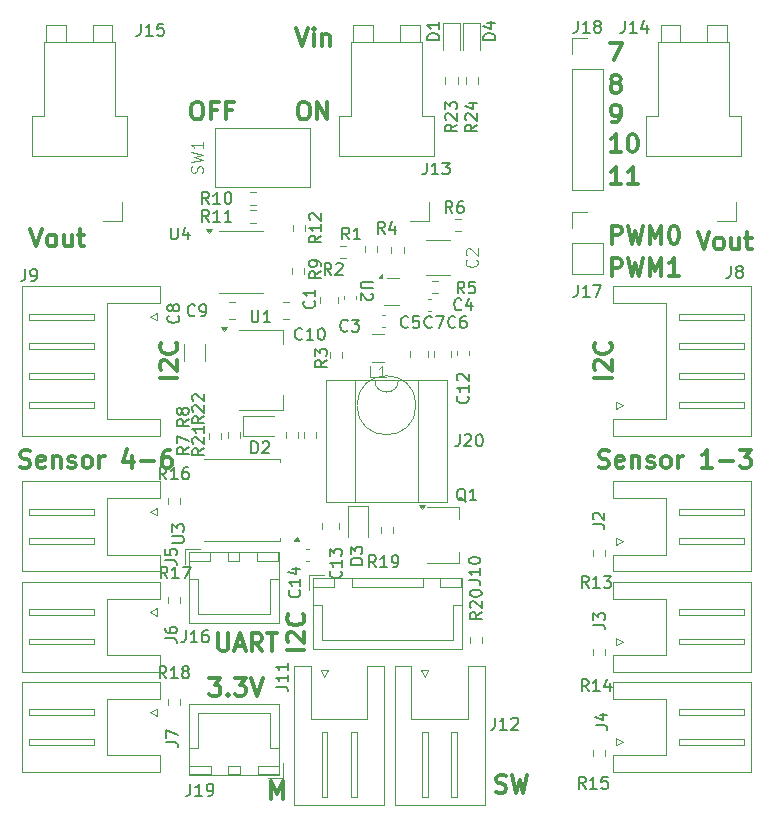
<source format=gbr>
%TF.GenerationSoftware,KiCad,Pcbnew,8.0.4-8.0.4-0~ubuntu22.04.1*%
%TF.CreationDate,2024-09-03T10:52:41+09:00*%
%TF.ProjectId,control_board,636f6e74-726f-46c5-9f62-6f6172642e6b,rev?*%
%TF.SameCoordinates,Original*%
%TF.FileFunction,Legend,Top*%
%TF.FilePolarity,Positive*%
%FSLAX46Y46*%
G04 Gerber Fmt 4.6, Leading zero omitted, Abs format (unit mm)*
G04 Created by KiCad (PCBNEW 8.0.4-8.0.4-0~ubuntu22.04.1) date 2024-09-03 10:52:41*
%MOMM*%
%LPD*%
G01*
G04 APERTURE LIST*
%ADD10C,0.100000*%
%ADD11C,0.300000*%
%ADD12C,0.150000*%
%ADD13C,0.120000*%
G04 APERTURE END LIST*
D10*
X152500000Y-100000000D02*
G75*
G02*
X147500000Y-100000000I-2500000J0D01*
G01*
X147500000Y-100000000D02*
G75*
G02*
X152500000Y-100000000I2500000J0D01*
G01*
D11*
X169840225Y-81300828D02*
X168983082Y-81300828D01*
X169411653Y-81300828D02*
X169411653Y-79800828D01*
X169411653Y-79800828D02*
X169268796Y-80015114D01*
X169268796Y-80015114D02*
X169125939Y-80157971D01*
X169125939Y-80157971D02*
X168983082Y-80229400D01*
X171268796Y-81300828D02*
X170411653Y-81300828D01*
X170840224Y-81300828D02*
X170840224Y-79800828D01*
X170840224Y-79800828D02*
X170697367Y-80015114D01*
X170697367Y-80015114D02*
X170554510Y-80157971D01*
X170554510Y-80157971D02*
X170411653Y-80229400D01*
X159283082Y-132729400D02*
X159497368Y-132800828D01*
X159497368Y-132800828D02*
X159854510Y-132800828D01*
X159854510Y-132800828D02*
X159997368Y-132729400D01*
X159997368Y-132729400D02*
X160068796Y-132657971D01*
X160068796Y-132657971D02*
X160140225Y-132515114D01*
X160140225Y-132515114D02*
X160140225Y-132372257D01*
X160140225Y-132372257D02*
X160068796Y-132229400D01*
X160068796Y-132229400D02*
X159997368Y-132157971D01*
X159997368Y-132157971D02*
X159854510Y-132086542D01*
X159854510Y-132086542D02*
X159568796Y-132015114D01*
X159568796Y-132015114D02*
X159425939Y-131943685D01*
X159425939Y-131943685D02*
X159354510Y-131872257D01*
X159354510Y-131872257D02*
X159283082Y-131729400D01*
X159283082Y-131729400D02*
X159283082Y-131586542D01*
X159283082Y-131586542D02*
X159354510Y-131443685D01*
X159354510Y-131443685D02*
X159425939Y-131372257D01*
X159425939Y-131372257D02*
X159568796Y-131300828D01*
X159568796Y-131300828D02*
X159925939Y-131300828D01*
X159925939Y-131300828D02*
X160140225Y-131372257D01*
X160640224Y-131300828D02*
X160997367Y-132800828D01*
X160997367Y-132800828D02*
X161283081Y-131729400D01*
X161283081Y-131729400D02*
X161568796Y-132800828D01*
X161568796Y-132800828D02*
X161925939Y-131300828D01*
X168911653Y-69300828D02*
X169911653Y-69300828D01*
X169911653Y-69300828D02*
X169268796Y-70800828D01*
X132300828Y-97695489D02*
X130800828Y-97695489D01*
X130943685Y-97052631D02*
X130872257Y-96981203D01*
X130872257Y-96981203D02*
X130800828Y-96838346D01*
X130800828Y-96838346D02*
X130800828Y-96481203D01*
X130800828Y-96481203D02*
X130872257Y-96338346D01*
X130872257Y-96338346D02*
X130943685Y-96266917D01*
X130943685Y-96266917D02*
X131086542Y-96195488D01*
X131086542Y-96195488D02*
X131229400Y-96195488D01*
X131229400Y-96195488D02*
X131443685Y-96266917D01*
X131443685Y-96266917D02*
X132300828Y-97124060D01*
X132300828Y-97124060D02*
X132300828Y-96195488D01*
X132157971Y-94695489D02*
X132229400Y-94766917D01*
X132229400Y-94766917D02*
X132300828Y-94981203D01*
X132300828Y-94981203D02*
X132300828Y-95124060D01*
X132300828Y-95124060D02*
X132229400Y-95338346D01*
X132229400Y-95338346D02*
X132086542Y-95481203D01*
X132086542Y-95481203D02*
X131943685Y-95552632D01*
X131943685Y-95552632D02*
X131657971Y-95624060D01*
X131657971Y-95624060D02*
X131443685Y-95624060D01*
X131443685Y-95624060D02*
X131157971Y-95552632D01*
X131157971Y-95552632D02*
X131015114Y-95481203D01*
X131015114Y-95481203D02*
X130872257Y-95338346D01*
X130872257Y-95338346D02*
X130800828Y-95124060D01*
X130800828Y-95124060D02*
X130800828Y-94981203D01*
X130800828Y-94981203D02*
X130872257Y-94766917D01*
X130872257Y-94766917D02*
X130943685Y-94695489D01*
X118983082Y-105229400D02*
X119197368Y-105300828D01*
X119197368Y-105300828D02*
X119554510Y-105300828D01*
X119554510Y-105300828D02*
X119697368Y-105229400D01*
X119697368Y-105229400D02*
X119768796Y-105157971D01*
X119768796Y-105157971D02*
X119840225Y-105015114D01*
X119840225Y-105015114D02*
X119840225Y-104872257D01*
X119840225Y-104872257D02*
X119768796Y-104729400D01*
X119768796Y-104729400D02*
X119697368Y-104657971D01*
X119697368Y-104657971D02*
X119554510Y-104586542D01*
X119554510Y-104586542D02*
X119268796Y-104515114D01*
X119268796Y-104515114D02*
X119125939Y-104443685D01*
X119125939Y-104443685D02*
X119054510Y-104372257D01*
X119054510Y-104372257D02*
X118983082Y-104229400D01*
X118983082Y-104229400D02*
X118983082Y-104086542D01*
X118983082Y-104086542D02*
X119054510Y-103943685D01*
X119054510Y-103943685D02*
X119125939Y-103872257D01*
X119125939Y-103872257D02*
X119268796Y-103800828D01*
X119268796Y-103800828D02*
X119625939Y-103800828D01*
X119625939Y-103800828D02*
X119840225Y-103872257D01*
X121054510Y-105229400D02*
X120911653Y-105300828D01*
X120911653Y-105300828D02*
X120625939Y-105300828D01*
X120625939Y-105300828D02*
X120483081Y-105229400D01*
X120483081Y-105229400D02*
X120411653Y-105086542D01*
X120411653Y-105086542D02*
X120411653Y-104515114D01*
X120411653Y-104515114D02*
X120483081Y-104372257D01*
X120483081Y-104372257D02*
X120625939Y-104300828D01*
X120625939Y-104300828D02*
X120911653Y-104300828D01*
X120911653Y-104300828D02*
X121054510Y-104372257D01*
X121054510Y-104372257D02*
X121125939Y-104515114D01*
X121125939Y-104515114D02*
X121125939Y-104657971D01*
X121125939Y-104657971D02*
X120411653Y-104800828D01*
X121768795Y-104300828D02*
X121768795Y-105300828D01*
X121768795Y-104443685D02*
X121840224Y-104372257D01*
X121840224Y-104372257D02*
X121983081Y-104300828D01*
X121983081Y-104300828D02*
X122197367Y-104300828D01*
X122197367Y-104300828D02*
X122340224Y-104372257D01*
X122340224Y-104372257D02*
X122411653Y-104515114D01*
X122411653Y-104515114D02*
X122411653Y-105300828D01*
X123054510Y-105229400D02*
X123197367Y-105300828D01*
X123197367Y-105300828D02*
X123483081Y-105300828D01*
X123483081Y-105300828D02*
X123625938Y-105229400D01*
X123625938Y-105229400D02*
X123697367Y-105086542D01*
X123697367Y-105086542D02*
X123697367Y-105015114D01*
X123697367Y-105015114D02*
X123625938Y-104872257D01*
X123625938Y-104872257D02*
X123483081Y-104800828D01*
X123483081Y-104800828D02*
X123268796Y-104800828D01*
X123268796Y-104800828D02*
X123125938Y-104729400D01*
X123125938Y-104729400D02*
X123054510Y-104586542D01*
X123054510Y-104586542D02*
X123054510Y-104515114D01*
X123054510Y-104515114D02*
X123125938Y-104372257D01*
X123125938Y-104372257D02*
X123268796Y-104300828D01*
X123268796Y-104300828D02*
X123483081Y-104300828D01*
X123483081Y-104300828D02*
X123625938Y-104372257D01*
X124554510Y-105300828D02*
X124411653Y-105229400D01*
X124411653Y-105229400D02*
X124340224Y-105157971D01*
X124340224Y-105157971D02*
X124268796Y-105015114D01*
X124268796Y-105015114D02*
X124268796Y-104586542D01*
X124268796Y-104586542D02*
X124340224Y-104443685D01*
X124340224Y-104443685D02*
X124411653Y-104372257D01*
X124411653Y-104372257D02*
X124554510Y-104300828D01*
X124554510Y-104300828D02*
X124768796Y-104300828D01*
X124768796Y-104300828D02*
X124911653Y-104372257D01*
X124911653Y-104372257D02*
X124983082Y-104443685D01*
X124983082Y-104443685D02*
X125054510Y-104586542D01*
X125054510Y-104586542D02*
X125054510Y-105015114D01*
X125054510Y-105015114D02*
X124983082Y-105157971D01*
X124983082Y-105157971D02*
X124911653Y-105229400D01*
X124911653Y-105229400D02*
X124768796Y-105300828D01*
X124768796Y-105300828D02*
X124554510Y-105300828D01*
X125697367Y-105300828D02*
X125697367Y-104300828D01*
X125697367Y-104586542D02*
X125768796Y-104443685D01*
X125768796Y-104443685D02*
X125840225Y-104372257D01*
X125840225Y-104372257D02*
X125983082Y-104300828D01*
X125983082Y-104300828D02*
X126125939Y-104300828D01*
X128411653Y-104300828D02*
X128411653Y-105300828D01*
X128054510Y-103729400D02*
X127697367Y-104800828D01*
X127697367Y-104800828D02*
X128625938Y-104800828D01*
X129197366Y-104729400D02*
X130340224Y-104729400D01*
X131697367Y-103800828D02*
X131411652Y-103800828D01*
X131411652Y-103800828D02*
X131268795Y-103872257D01*
X131268795Y-103872257D02*
X131197367Y-103943685D01*
X131197367Y-103943685D02*
X131054509Y-104157971D01*
X131054509Y-104157971D02*
X130983081Y-104443685D01*
X130983081Y-104443685D02*
X130983081Y-105015114D01*
X130983081Y-105015114D02*
X131054509Y-105157971D01*
X131054509Y-105157971D02*
X131125938Y-105229400D01*
X131125938Y-105229400D02*
X131268795Y-105300828D01*
X131268795Y-105300828D02*
X131554509Y-105300828D01*
X131554509Y-105300828D02*
X131697367Y-105229400D01*
X131697367Y-105229400D02*
X131768795Y-105157971D01*
X131768795Y-105157971D02*
X131840224Y-105015114D01*
X131840224Y-105015114D02*
X131840224Y-104657971D01*
X131840224Y-104657971D02*
X131768795Y-104515114D01*
X131768795Y-104515114D02*
X131697367Y-104443685D01*
X131697367Y-104443685D02*
X131554509Y-104372257D01*
X131554509Y-104372257D02*
X131268795Y-104372257D01*
X131268795Y-104372257D02*
X131125938Y-104443685D01*
X131125938Y-104443685D02*
X131054509Y-104515114D01*
X131054509Y-104515114D02*
X130983081Y-104657971D01*
X169054510Y-86300828D02*
X169054510Y-84800828D01*
X169054510Y-84800828D02*
X169625939Y-84800828D01*
X169625939Y-84800828D02*
X169768796Y-84872257D01*
X169768796Y-84872257D02*
X169840225Y-84943685D01*
X169840225Y-84943685D02*
X169911653Y-85086542D01*
X169911653Y-85086542D02*
X169911653Y-85300828D01*
X169911653Y-85300828D02*
X169840225Y-85443685D01*
X169840225Y-85443685D02*
X169768796Y-85515114D01*
X169768796Y-85515114D02*
X169625939Y-85586542D01*
X169625939Y-85586542D02*
X169054510Y-85586542D01*
X170411653Y-84800828D02*
X170768796Y-86300828D01*
X170768796Y-86300828D02*
X171054510Y-85229400D01*
X171054510Y-85229400D02*
X171340225Y-86300828D01*
X171340225Y-86300828D02*
X171697368Y-84800828D01*
X172268796Y-86300828D02*
X172268796Y-84800828D01*
X172268796Y-84800828D02*
X172768796Y-85872257D01*
X172768796Y-85872257D02*
X173268796Y-84800828D01*
X173268796Y-84800828D02*
X173268796Y-86300828D01*
X174268797Y-84800828D02*
X174411654Y-84800828D01*
X174411654Y-84800828D02*
X174554511Y-84872257D01*
X174554511Y-84872257D02*
X174625940Y-84943685D01*
X174625940Y-84943685D02*
X174697368Y-85086542D01*
X174697368Y-85086542D02*
X174768797Y-85372257D01*
X174768797Y-85372257D02*
X174768797Y-85729400D01*
X174768797Y-85729400D02*
X174697368Y-86015114D01*
X174697368Y-86015114D02*
X174625940Y-86157971D01*
X174625940Y-86157971D02*
X174554511Y-86229400D01*
X174554511Y-86229400D02*
X174411654Y-86300828D01*
X174411654Y-86300828D02*
X174268797Y-86300828D01*
X174268797Y-86300828D02*
X174125940Y-86229400D01*
X174125940Y-86229400D02*
X174054511Y-86157971D01*
X174054511Y-86157971D02*
X173983082Y-86015114D01*
X173983082Y-86015114D02*
X173911654Y-85729400D01*
X173911654Y-85729400D02*
X173911654Y-85372257D01*
X173911654Y-85372257D02*
X173983082Y-85086542D01*
X173983082Y-85086542D02*
X174054511Y-84943685D01*
X174054511Y-84943685D02*
X174125940Y-84872257D01*
X174125940Y-84872257D02*
X174268797Y-84800828D01*
X167983082Y-105229400D02*
X168197368Y-105300828D01*
X168197368Y-105300828D02*
X168554510Y-105300828D01*
X168554510Y-105300828D02*
X168697368Y-105229400D01*
X168697368Y-105229400D02*
X168768796Y-105157971D01*
X168768796Y-105157971D02*
X168840225Y-105015114D01*
X168840225Y-105015114D02*
X168840225Y-104872257D01*
X168840225Y-104872257D02*
X168768796Y-104729400D01*
X168768796Y-104729400D02*
X168697368Y-104657971D01*
X168697368Y-104657971D02*
X168554510Y-104586542D01*
X168554510Y-104586542D02*
X168268796Y-104515114D01*
X168268796Y-104515114D02*
X168125939Y-104443685D01*
X168125939Y-104443685D02*
X168054510Y-104372257D01*
X168054510Y-104372257D02*
X167983082Y-104229400D01*
X167983082Y-104229400D02*
X167983082Y-104086542D01*
X167983082Y-104086542D02*
X168054510Y-103943685D01*
X168054510Y-103943685D02*
X168125939Y-103872257D01*
X168125939Y-103872257D02*
X168268796Y-103800828D01*
X168268796Y-103800828D02*
X168625939Y-103800828D01*
X168625939Y-103800828D02*
X168840225Y-103872257D01*
X170054510Y-105229400D02*
X169911653Y-105300828D01*
X169911653Y-105300828D02*
X169625939Y-105300828D01*
X169625939Y-105300828D02*
X169483081Y-105229400D01*
X169483081Y-105229400D02*
X169411653Y-105086542D01*
X169411653Y-105086542D02*
X169411653Y-104515114D01*
X169411653Y-104515114D02*
X169483081Y-104372257D01*
X169483081Y-104372257D02*
X169625939Y-104300828D01*
X169625939Y-104300828D02*
X169911653Y-104300828D01*
X169911653Y-104300828D02*
X170054510Y-104372257D01*
X170054510Y-104372257D02*
X170125939Y-104515114D01*
X170125939Y-104515114D02*
X170125939Y-104657971D01*
X170125939Y-104657971D02*
X169411653Y-104800828D01*
X170768795Y-104300828D02*
X170768795Y-105300828D01*
X170768795Y-104443685D02*
X170840224Y-104372257D01*
X170840224Y-104372257D02*
X170983081Y-104300828D01*
X170983081Y-104300828D02*
X171197367Y-104300828D01*
X171197367Y-104300828D02*
X171340224Y-104372257D01*
X171340224Y-104372257D02*
X171411653Y-104515114D01*
X171411653Y-104515114D02*
X171411653Y-105300828D01*
X172054510Y-105229400D02*
X172197367Y-105300828D01*
X172197367Y-105300828D02*
X172483081Y-105300828D01*
X172483081Y-105300828D02*
X172625938Y-105229400D01*
X172625938Y-105229400D02*
X172697367Y-105086542D01*
X172697367Y-105086542D02*
X172697367Y-105015114D01*
X172697367Y-105015114D02*
X172625938Y-104872257D01*
X172625938Y-104872257D02*
X172483081Y-104800828D01*
X172483081Y-104800828D02*
X172268796Y-104800828D01*
X172268796Y-104800828D02*
X172125938Y-104729400D01*
X172125938Y-104729400D02*
X172054510Y-104586542D01*
X172054510Y-104586542D02*
X172054510Y-104515114D01*
X172054510Y-104515114D02*
X172125938Y-104372257D01*
X172125938Y-104372257D02*
X172268796Y-104300828D01*
X172268796Y-104300828D02*
X172483081Y-104300828D01*
X172483081Y-104300828D02*
X172625938Y-104372257D01*
X173554510Y-105300828D02*
X173411653Y-105229400D01*
X173411653Y-105229400D02*
X173340224Y-105157971D01*
X173340224Y-105157971D02*
X173268796Y-105015114D01*
X173268796Y-105015114D02*
X173268796Y-104586542D01*
X173268796Y-104586542D02*
X173340224Y-104443685D01*
X173340224Y-104443685D02*
X173411653Y-104372257D01*
X173411653Y-104372257D02*
X173554510Y-104300828D01*
X173554510Y-104300828D02*
X173768796Y-104300828D01*
X173768796Y-104300828D02*
X173911653Y-104372257D01*
X173911653Y-104372257D02*
X173983082Y-104443685D01*
X173983082Y-104443685D02*
X174054510Y-104586542D01*
X174054510Y-104586542D02*
X174054510Y-105015114D01*
X174054510Y-105015114D02*
X173983082Y-105157971D01*
X173983082Y-105157971D02*
X173911653Y-105229400D01*
X173911653Y-105229400D02*
X173768796Y-105300828D01*
X173768796Y-105300828D02*
X173554510Y-105300828D01*
X174697367Y-105300828D02*
X174697367Y-104300828D01*
X174697367Y-104586542D02*
X174768796Y-104443685D01*
X174768796Y-104443685D02*
X174840225Y-104372257D01*
X174840225Y-104372257D02*
X174983082Y-104300828D01*
X174983082Y-104300828D02*
X175125939Y-104300828D01*
X177554510Y-105300828D02*
X176697367Y-105300828D01*
X177125938Y-105300828D02*
X177125938Y-103800828D01*
X177125938Y-103800828D02*
X176983081Y-104015114D01*
X176983081Y-104015114D02*
X176840224Y-104157971D01*
X176840224Y-104157971D02*
X176697367Y-104229400D01*
X178197366Y-104729400D02*
X179340224Y-104729400D01*
X179911652Y-103800828D02*
X180840224Y-103800828D01*
X180840224Y-103800828D02*
X180340224Y-104372257D01*
X180340224Y-104372257D02*
X180554509Y-104372257D01*
X180554509Y-104372257D02*
X180697367Y-104443685D01*
X180697367Y-104443685D02*
X180768795Y-104515114D01*
X180768795Y-104515114D02*
X180840224Y-104657971D01*
X180840224Y-104657971D02*
X180840224Y-105015114D01*
X180840224Y-105015114D02*
X180768795Y-105157971D01*
X180768795Y-105157971D02*
X180697367Y-105229400D01*
X180697367Y-105229400D02*
X180554509Y-105300828D01*
X180554509Y-105300828D02*
X180125938Y-105300828D01*
X180125938Y-105300828D02*
X179983081Y-105229400D01*
X179983081Y-105229400D02*
X179911652Y-105157971D01*
X176340225Y-85300828D02*
X176840225Y-86800828D01*
X176840225Y-86800828D02*
X177340225Y-85300828D01*
X178054510Y-86800828D02*
X177911653Y-86729400D01*
X177911653Y-86729400D02*
X177840224Y-86657971D01*
X177840224Y-86657971D02*
X177768796Y-86515114D01*
X177768796Y-86515114D02*
X177768796Y-86086542D01*
X177768796Y-86086542D02*
X177840224Y-85943685D01*
X177840224Y-85943685D02*
X177911653Y-85872257D01*
X177911653Y-85872257D02*
X178054510Y-85800828D01*
X178054510Y-85800828D02*
X178268796Y-85800828D01*
X178268796Y-85800828D02*
X178411653Y-85872257D01*
X178411653Y-85872257D02*
X178483082Y-85943685D01*
X178483082Y-85943685D02*
X178554510Y-86086542D01*
X178554510Y-86086542D02*
X178554510Y-86515114D01*
X178554510Y-86515114D02*
X178483082Y-86657971D01*
X178483082Y-86657971D02*
X178411653Y-86729400D01*
X178411653Y-86729400D02*
X178268796Y-86800828D01*
X178268796Y-86800828D02*
X178054510Y-86800828D01*
X179840225Y-85800828D02*
X179840225Y-86800828D01*
X179197367Y-85800828D02*
X179197367Y-86586542D01*
X179197367Y-86586542D02*
X179268796Y-86729400D01*
X179268796Y-86729400D02*
X179411653Y-86800828D01*
X179411653Y-86800828D02*
X179625939Y-86800828D01*
X179625939Y-86800828D02*
X179768796Y-86729400D01*
X179768796Y-86729400D02*
X179840225Y-86657971D01*
X180340225Y-85800828D02*
X180911653Y-85800828D01*
X180554510Y-85300828D02*
X180554510Y-86586542D01*
X180554510Y-86586542D02*
X180625939Y-86729400D01*
X180625939Y-86729400D02*
X180768796Y-86800828D01*
X180768796Y-86800828D02*
X180911653Y-86800828D01*
X135754510Y-119300828D02*
X135754510Y-120515114D01*
X135754510Y-120515114D02*
X135825939Y-120657971D01*
X135825939Y-120657971D02*
X135897368Y-120729400D01*
X135897368Y-120729400D02*
X136040225Y-120800828D01*
X136040225Y-120800828D02*
X136325939Y-120800828D01*
X136325939Y-120800828D02*
X136468796Y-120729400D01*
X136468796Y-120729400D02*
X136540225Y-120657971D01*
X136540225Y-120657971D02*
X136611653Y-120515114D01*
X136611653Y-120515114D02*
X136611653Y-119300828D01*
X137254511Y-120372257D02*
X137968797Y-120372257D01*
X137111654Y-120800828D02*
X137611654Y-119300828D01*
X137611654Y-119300828D02*
X138111654Y-120800828D01*
X139468796Y-120800828D02*
X138968796Y-120086542D01*
X138611653Y-120800828D02*
X138611653Y-119300828D01*
X138611653Y-119300828D02*
X139183082Y-119300828D01*
X139183082Y-119300828D02*
X139325939Y-119372257D01*
X139325939Y-119372257D02*
X139397368Y-119443685D01*
X139397368Y-119443685D02*
X139468796Y-119586542D01*
X139468796Y-119586542D02*
X139468796Y-119800828D01*
X139468796Y-119800828D02*
X139397368Y-119943685D01*
X139397368Y-119943685D02*
X139325939Y-120015114D01*
X139325939Y-120015114D02*
X139183082Y-120086542D01*
X139183082Y-120086542D02*
X138611653Y-120086542D01*
X139897368Y-119300828D02*
X140754511Y-119300828D01*
X140325939Y-120800828D02*
X140325939Y-119300828D01*
X169054510Y-89050828D02*
X169054510Y-87550828D01*
X169054510Y-87550828D02*
X169625939Y-87550828D01*
X169625939Y-87550828D02*
X169768796Y-87622257D01*
X169768796Y-87622257D02*
X169840225Y-87693685D01*
X169840225Y-87693685D02*
X169911653Y-87836542D01*
X169911653Y-87836542D02*
X169911653Y-88050828D01*
X169911653Y-88050828D02*
X169840225Y-88193685D01*
X169840225Y-88193685D02*
X169768796Y-88265114D01*
X169768796Y-88265114D02*
X169625939Y-88336542D01*
X169625939Y-88336542D02*
X169054510Y-88336542D01*
X170411653Y-87550828D02*
X170768796Y-89050828D01*
X170768796Y-89050828D02*
X171054510Y-87979400D01*
X171054510Y-87979400D02*
X171340225Y-89050828D01*
X171340225Y-89050828D02*
X171697368Y-87550828D01*
X172268796Y-89050828D02*
X172268796Y-87550828D01*
X172268796Y-87550828D02*
X172768796Y-88622257D01*
X172768796Y-88622257D02*
X173268796Y-87550828D01*
X173268796Y-87550828D02*
X173268796Y-89050828D01*
X174768797Y-89050828D02*
X173911654Y-89050828D01*
X174340225Y-89050828D02*
X174340225Y-87550828D01*
X174340225Y-87550828D02*
X174197368Y-87765114D01*
X174197368Y-87765114D02*
X174054511Y-87907971D01*
X174054511Y-87907971D02*
X173911654Y-87979400D01*
X169050828Y-97695489D02*
X167550828Y-97695489D01*
X167693685Y-97052631D02*
X167622257Y-96981203D01*
X167622257Y-96981203D02*
X167550828Y-96838346D01*
X167550828Y-96838346D02*
X167550828Y-96481203D01*
X167550828Y-96481203D02*
X167622257Y-96338346D01*
X167622257Y-96338346D02*
X167693685Y-96266917D01*
X167693685Y-96266917D02*
X167836542Y-96195488D01*
X167836542Y-96195488D02*
X167979400Y-96195488D01*
X167979400Y-96195488D02*
X168193685Y-96266917D01*
X168193685Y-96266917D02*
X169050828Y-97124060D01*
X169050828Y-97124060D02*
X169050828Y-96195488D01*
X168907971Y-94695489D02*
X168979400Y-94766917D01*
X168979400Y-94766917D02*
X169050828Y-94981203D01*
X169050828Y-94981203D02*
X169050828Y-95124060D01*
X169050828Y-95124060D02*
X168979400Y-95338346D01*
X168979400Y-95338346D02*
X168836542Y-95481203D01*
X168836542Y-95481203D02*
X168693685Y-95552632D01*
X168693685Y-95552632D02*
X168407971Y-95624060D01*
X168407971Y-95624060D02*
X168193685Y-95624060D01*
X168193685Y-95624060D02*
X167907971Y-95552632D01*
X167907971Y-95552632D02*
X167765114Y-95481203D01*
X167765114Y-95481203D02*
X167622257Y-95338346D01*
X167622257Y-95338346D02*
X167550828Y-95124060D01*
X167550828Y-95124060D02*
X167550828Y-94981203D01*
X167550828Y-94981203D02*
X167622257Y-94766917D01*
X167622257Y-94766917D02*
X167693685Y-94695489D01*
X142340225Y-68050828D02*
X142840225Y-69550828D01*
X142840225Y-69550828D02*
X143340225Y-68050828D01*
X143840224Y-69550828D02*
X143840224Y-68550828D01*
X143840224Y-68050828D02*
X143768796Y-68122257D01*
X143768796Y-68122257D02*
X143840224Y-68193685D01*
X143840224Y-68193685D02*
X143911653Y-68122257D01*
X143911653Y-68122257D02*
X143840224Y-68050828D01*
X143840224Y-68050828D02*
X143840224Y-68193685D01*
X144554510Y-68550828D02*
X144554510Y-69550828D01*
X144554510Y-68693685D02*
X144625939Y-68622257D01*
X144625939Y-68622257D02*
X144768796Y-68550828D01*
X144768796Y-68550828D02*
X144983082Y-68550828D01*
X144983082Y-68550828D02*
X145125939Y-68622257D01*
X145125939Y-68622257D02*
X145197368Y-68765114D01*
X145197368Y-68765114D02*
X145197368Y-69550828D01*
X142840225Y-74300828D02*
X143125939Y-74300828D01*
X143125939Y-74300828D02*
X143268796Y-74372257D01*
X143268796Y-74372257D02*
X143411653Y-74515114D01*
X143411653Y-74515114D02*
X143483082Y-74800828D01*
X143483082Y-74800828D02*
X143483082Y-75300828D01*
X143483082Y-75300828D02*
X143411653Y-75586542D01*
X143411653Y-75586542D02*
X143268796Y-75729400D01*
X143268796Y-75729400D02*
X143125939Y-75800828D01*
X143125939Y-75800828D02*
X142840225Y-75800828D01*
X142840225Y-75800828D02*
X142697368Y-75729400D01*
X142697368Y-75729400D02*
X142554510Y-75586542D01*
X142554510Y-75586542D02*
X142483082Y-75300828D01*
X142483082Y-75300828D02*
X142483082Y-74800828D01*
X142483082Y-74800828D02*
X142554510Y-74515114D01*
X142554510Y-74515114D02*
X142697368Y-74372257D01*
X142697368Y-74372257D02*
X142840225Y-74300828D01*
X144125939Y-75800828D02*
X144125939Y-74300828D01*
X144125939Y-74300828D02*
X144983082Y-75800828D01*
X144983082Y-75800828D02*
X144983082Y-74300828D01*
X119840225Y-85050828D02*
X120340225Y-86550828D01*
X120340225Y-86550828D02*
X120840225Y-85050828D01*
X121554510Y-86550828D02*
X121411653Y-86479400D01*
X121411653Y-86479400D02*
X121340224Y-86407971D01*
X121340224Y-86407971D02*
X121268796Y-86265114D01*
X121268796Y-86265114D02*
X121268796Y-85836542D01*
X121268796Y-85836542D02*
X121340224Y-85693685D01*
X121340224Y-85693685D02*
X121411653Y-85622257D01*
X121411653Y-85622257D02*
X121554510Y-85550828D01*
X121554510Y-85550828D02*
X121768796Y-85550828D01*
X121768796Y-85550828D02*
X121911653Y-85622257D01*
X121911653Y-85622257D02*
X121983082Y-85693685D01*
X121983082Y-85693685D02*
X122054510Y-85836542D01*
X122054510Y-85836542D02*
X122054510Y-86265114D01*
X122054510Y-86265114D02*
X121983082Y-86407971D01*
X121983082Y-86407971D02*
X121911653Y-86479400D01*
X121911653Y-86479400D02*
X121768796Y-86550828D01*
X121768796Y-86550828D02*
X121554510Y-86550828D01*
X123340225Y-85550828D02*
X123340225Y-86550828D01*
X122697367Y-85550828D02*
X122697367Y-86336542D01*
X122697367Y-86336542D02*
X122768796Y-86479400D01*
X122768796Y-86479400D02*
X122911653Y-86550828D01*
X122911653Y-86550828D02*
X123125939Y-86550828D01*
X123125939Y-86550828D02*
X123268796Y-86479400D01*
X123268796Y-86479400D02*
X123340225Y-86407971D01*
X123840225Y-85550828D02*
X124411653Y-85550828D01*
X124054510Y-85050828D02*
X124054510Y-86336542D01*
X124054510Y-86336542D02*
X124125939Y-86479400D01*
X124125939Y-86479400D02*
X124268796Y-86550828D01*
X124268796Y-86550828D02*
X124411653Y-86550828D01*
X169268796Y-72693685D02*
X169125939Y-72622257D01*
X169125939Y-72622257D02*
X169054510Y-72550828D01*
X169054510Y-72550828D02*
X168983082Y-72407971D01*
X168983082Y-72407971D02*
X168983082Y-72336542D01*
X168983082Y-72336542D02*
X169054510Y-72193685D01*
X169054510Y-72193685D02*
X169125939Y-72122257D01*
X169125939Y-72122257D02*
X169268796Y-72050828D01*
X169268796Y-72050828D02*
X169554510Y-72050828D01*
X169554510Y-72050828D02*
X169697368Y-72122257D01*
X169697368Y-72122257D02*
X169768796Y-72193685D01*
X169768796Y-72193685D02*
X169840225Y-72336542D01*
X169840225Y-72336542D02*
X169840225Y-72407971D01*
X169840225Y-72407971D02*
X169768796Y-72550828D01*
X169768796Y-72550828D02*
X169697368Y-72622257D01*
X169697368Y-72622257D02*
X169554510Y-72693685D01*
X169554510Y-72693685D02*
X169268796Y-72693685D01*
X169268796Y-72693685D02*
X169125939Y-72765114D01*
X169125939Y-72765114D02*
X169054510Y-72836542D01*
X169054510Y-72836542D02*
X168983082Y-72979400D01*
X168983082Y-72979400D02*
X168983082Y-73265114D01*
X168983082Y-73265114D02*
X169054510Y-73407971D01*
X169054510Y-73407971D02*
X169125939Y-73479400D01*
X169125939Y-73479400D02*
X169268796Y-73550828D01*
X169268796Y-73550828D02*
X169554510Y-73550828D01*
X169554510Y-73550828D02*
X169697368Y-73479400D01*
X169697368Y-73479400D02*
X169768796Y-73407971D01*
X169768796Y-73407971D02*
X169840225Y-73265114D01*
X169840225Y-73265114D02*
X169840225Y-72979400D01*
X169840225Y-72979400D02*
X169768796Y-72836542D01*
X169768796Y-72836542D02*
X169697368Y-72765114D01*
X169697368Y-72765114D02*
X169554510Y-72693685D01*
X169840225Y-78550828D02*
X168983082Y-78550828D01*
X169411653Y-78550828D02*
X169411653Y-77050828D01*
X169411653Y-77050828D02*
X169268796Y-77265114D01*
X169268796Y-77265114D02*
X169125939Y-77407971D01*
X169125939Y-77407971D02*
X168983082Y-77479400D01*
X170768796Y-77050828D02*
X170911653Y-77050828D01*
X170911653Y-77050828D02*
X171054510Y-77122257D01*
X171054510Y-77122257D02*
X171125939Y-77193685D01*
X171125939Y-77193685D02*
X171197367Y-77336542D01*
X171197367Y-77336542D02*
X171268796Y-77622257D01*
X171268796Y-77622257D02*
X171268796Y-77979400D01*
X171268796Y-77979400D02*
X171197367Y-78265114D01*
X171197367Y-78265114D02*
X171125939Y-78407971D01*
X171125939Y-78407971D02*
X171054510Y-78479400D01*
X171054510Y-78479400D02*
X170911653Y-78550828D01*
X170911653Y-78550828D02*
X170768796Y-78550828D01*
X170768796Y-78550828D02*
X170625939Y-78479400D01*
X170625939Y-78479400D02*
X170554510Y-78407971D01*
X170554510Y-78407971D02*
X170483081Y-78265114D01*
X170483081Y-78265114D02*
X170411653Y-77979400D01*
X170411653Y-77979400D02*
X170411653Y-77622257D01*
X170411653Y-77622257D02*
X170483081Y-77336542D01*
X170483081Y-77336542D02*
X170554510Y-77193685D01*
X170554510Y-77193685D02*
X170625939Y-77122257D01*
X170625939Y-77122257D02*
X170768796Y-77050828D01*
X135011653Y-123100828D02*
X135940225Y-123100828D01*
X135940225Y-123100828D02*
X135440225Y-123672257D01*
X135440225Y-123672257D02*
X135654510Y-123672257D01*
X135654510Y-123672257D02*
X135797368Y-123743685D01*
X135797368Y-123743685D02*
X135868796Y-123815114D01*
X135868796Y-123815114D02*
X135940225Y-123957971D01*
X135940225Y-123957971D02*
X135940225Y-124315114D01*
X135940225Y-124315114D02*
X135868796Y-124457971D01*
X135868796Y-124457971D02*
X135797368Y-124529400D01*
X135797368Y-124529400D02*
X135654510Y-124600828D01*
X135654510Y-124600828D02*
X135225939Y-124600828D01*
X135225939Y-124600828D02*
X135083082Y-124529400D01*
X135083082Y-124529400D02*
X135011653Y-124457971D01*
X136583081Y-124457971D02*
X136654510Y-124529400D01*
X136654510Y-124529400D02*
X136583081Y-124600828D01*
X136583081Y-124600828D02*
X136511653Y-124529400D01*
X136511653Y-124529400D02*
X136583081Y-124457971D01*
X136583081Y-124457971D02*
X136583081Y-124600828D01*
X137154510Y-123100828D02*
X138083082Y-123100828D01*
X138083082Y-123100828D02*
X137583082Y-123672257D01*
X137583082Y-123672257D02*
X137797367Y-123672257D01*
X137797367Y-123672257D02*
X137940225Y-123743685D01*
X137940225Y-123743685D02*
X138011653Y-123815114D01*
X138011653Y-123815114D02*
X138083082Y-123957971D01*
X138083082Y-123957971D02*
X138083082Y-124315114D01*
X138083082Y-124315114D02*
X138011653Y-124457971D01*
X138011653Y-124457971D02*
X137940225Y-124529400D01*
X137940225Y-124529400D02*
X137797367Y-124600828D01*
X137797367Y-124600828D02*
X137368796Y-124600828D01*
X137368796Y-124600828D02*
X137225939Y-124529400D01*
X137225939Y-124529400D02*
X137154510Y-124457971D01*
X138511653Y-123100828D02*
X139011653Y-124600828D01*
X139011653Y-124600828D02*
X139511653Y-123100828D01*
X169125939Y-76050828D02*
X169411653Y-76050828D01*
X169411653Y-76050828D02*
X169554510Y-75979400D01*
X169554510Y-75979400D02*
X169625939Y-75907971D01*
X169625939Y-75907971D02*
X169768796Y-75693685D01*
X169768796Y-75693685D02*
X169840225Y-75407971D01*
X169840225Y-75407971D02*
X169840225Y-74836542D01*
X169840225Y-74836542D02*
X169768796Y-74693685D01*
X169768796Y-74693685D02*
X169697368Y-74622257D01*
X169697368Y-74622257D02*
X169554510Y-74550828D01*
X169554510Y-74550828D02*
X169268796Y-74550828D01*
X169268796Y-74550828D02*
X169125939Y-74622257D01*
X169125939Y-74622257D02*
X169054510Y-74693685D01*
X169054510Y-74693685D02*
X168983082Y-74836542D01*
X168983082Y-74836542D02*
X168983082Y-75193685D01*
X168983082Y-75193685D02*
X169054510Y-75336542D01*
X169054510Y-75336542D02*
X169125939Y-75407971D01*
X169125939Y-75407971D02*
X169268796Y-75479400D01*
X169268796Y-75479400D02*
X169554510Y-75479400D01*
X169554510Y-75479400D02*
X169697368Y-75407971D01*
X169697368Y-75407971D02*
X169768796Y-75336542D01*
X169768796Y-75336542D02*
X169840225Y-75193685D01*
X133840225Y-74300828D02*
X134125939Y-74300828D01*
X134125939Y-74300828D02*
X134268796Y-74372257D01*
X134268796Y-74372257D02*
X134411653Y-74515114D01*
X134411653Y-74515114D02*
X134483082Y-74800828D01*
X134483082Y-74800828D02*
X134483082Y-75300828D01*
X134483082Y-75300828D02*
X134411653Y-75586542D01*
X134411653Y-75586542D02*
X134268796Y-75729400D01*
X134268796Y-75729400D02*
X134125939Y-75800828D01*
X134125939Y-75800828D02*
X133840225Y-75800828D01*
X133840225Y-75800828D02*
X133697368Y-75729400D01*
X133697368Y-75729400D02*
X133554510Y-75586542D01*
X133554510Y-75586542D02*
X133483082Y-75300828D01*
X133483082Y-75300828D02*
X133483082Y-74800828D01*
X133483082Y-74800828D02*
X133554510Y-74515114D01*
X133554510Y-74515114D02*
X133697368Y-74372257D01*
X133697368Y-74372257D02*
X133840225Y-74300828D01*
X135625939Y-75015114D02*
X135125939Y-75015114D01*
X135125939Y-75800828D02*
X135125939Y-74300828D01*
X135125939Y-74300828D02*
X135840225Y-74300828D01*
X136911653Y-75015114D02*
X136411653Y-75015114D01*
X136411653Y-75800828D02*
X136411653Y-74300828D01*
X136411653Y-74300828D02*
X137125939Y-74300828D01*
X143050828Y-120695489D02*
X141550828Y-120695489D01*
X141693685Y-120052631D02*
X141622257Y-119981203D01*
X141622257Y-119981203D02*
X141550828Y-119838346D01*
X141550828Y-119838346D02*
X141550828Y-119481203D01*
X141550828Y-119481203D02*
X141622257Y-119338346D01*
X141622257Y-119338346D02*
X141693685Y-119266917D01*
X141693685Y-119266917D02*
X141836542Y-119195488D01*
X141836542Y-119195488D02*
X141979400Y-119195488D01*
X141979400Y-119195488D02*
X142193685Y-119266917D01*
X142193685Y-119266917D02*
X143050828Y-120124060D01*
X143050828Y-120124060D02*
X143050828Y-119195488D01*
X142907971Y-117695489D02*
X142979400Y-117766917D01*
X142979400Y-117766917D02*
X143050828Y-117981203D01*
X143050828Y-117981203D02*
X143050828Y-118124060D01*
X143050828Y-118124060D02*
X142979400Y-118338346D01*
X142979400Y-118338346D02*
X142836542Y-118481203D01*
X142836542Y-118481203D02*
X142693685Y-118552632D01*
X142693685Y-118552632D02*
X142407971Y-118624060D01*
X142407971Y-118624060D02*
X142193685Y-118624060D01*
X142193685Y-118624060D02*
X141907971Y-118552632D01*
X141907971Y-118552632D02*
X141765114Y-118481203D01*
X141765114Y-118481203D02*
X141622257Y-118338346D01*
X141622257Y-118338346D02*
X141550828Y-118124060D01*
X141550828Y-118124060D02*
X141550828Y-117981203D01*
X141550828Y-117981203D02*
X141622257Y-117766917D01*
X141622257Y-117766917D02*
X141693685Y-117695489D01*
X140254510Y-133350828D02*
X140254510Y-131850828D01*
X140254510Y-131850828D02*
X140754510Y-132922257D01*
X140754510Y-132922257D02*
X141254510Y-131850828D01*
X141254510Y-131850828D02*
X141254510Y-133350828D01*
D12*
X156333333Y-91859580D02*
X156285714Y-91907200D01*
X156285714Y-91907200D02*
X156142857Y-91954819D01*
X156142857Y-91954819D02*
X156047619Y-91954819D01*
X156047619Y-91954819D02*
X155904762Y-91907200D01*
X155904762Y-91907200D02*
X155809524Y-91811961D01*
X155809524Y-91811961D02*
X155761905Y-91716723D01*
X155761905Y-91716723D02*
X155714286Y-91526247D01*
X155714286Y-91526247D02*
X155714286Y-91383390D01*
X155714286Y-91383390D02*
X155761905Y-91192914D01*
X155761905Y-91192914D02*
X155809524Y-91097676D01*
X155809524Y-91097676D02*
X155904762Y-91002438D01*
X155904762Y-91002438D02*
X156047619Y-90954819D01*
X156047619Y-90954819D02*
X156142857Y-90954819D01*
X156142857Y-90954819D02*
X156285714Y-91002438D01*
X156285714Y-91002438D02*
X156333333Y-91050057D01*
X157190476Y-91288152D02*
X157190476Y-91954819D01*
X156952381Y-90907200D02*
X156714286Y-91621485D01*
X156714286Y-91621485D02*
X157333333Y-91621485D01*
D10*
X157612180Y-87666666D02*
X157659800Y-87714285D01*
X157659800Y-87714285D02*
X157707419Y-87857142D01*
X157707419Y-87857142D02*
X157707419Y-87952380D01*
X157707419Y-87952380D02*
X157659800Y-88095237D01*
X157659800Y-88095237D02*
X157564561Y-88190475D01*
X157564561Y-88190475D02*
X157469323Y-88238094D01*
X157469323Y-88238094D02*
X157278847Y-88285713D01*
X157278847Y-88285713D02*
X157135990Y-88285713D01*
X157135990Y-88285713D02*
X156945514Y-88238094D01*
X156945514Y-88238094D02*
X156850276Y-88190475D01*
X156850276Y-88190475D02*
X156755038Y-88095237D01*
X156755038Y-88095237D02*
X156707419Y-87952380D01*
X156707419Y-87952380D02*
X156707419Y-87857142D01*
X156707419Y-87857142D02*
X156755038Y-87714285D01*
X156755038Y-87714285D02*
X156802657Y-87666666D01*
X156802657Y-87285713D02*
X156755038Y-87238094D01*
X156755038Y-87238094D02*
X156707419Y-87142856D01*
X156707419Y-87142856D02*
X156707419Y-86904761D01*
X156707419Y-86904761D02*
X156755038Y-86809523D01*
X156755038Y-86809523D02*
X156802657Y-86761904D01*
X156802657Y-86761904D02*
X156897895Y-86714285D01*
X156897895Y-86714285D02*
X156993133Y-86714285D01*
X156993133Y-86714285D02*
X157135990Y-86761904D01*
X157135990Y-86761904D02*
X157707419Y-87333332D01*
X157707419Y-87333332D02*
X157707419Y-86714285D01*
D12*
X144454819Y-88666666D02*
X143978628Y-88999999D01*
X144454819Y-89238094D02*
X143454819Y-89238094D01*
X143454819Y-89238094D02*
X143454819Y-88857142D01*
X143454819Y-88857142D02*
X143502438Y-88761904D01*
X143502438Y-88761904D02*
X143550057Y-88714285D01*
X143550057Y-88714285D02*
X143645295Y-88666666D01*
X143645295Y-88666666D02*
X143788152Y-88666666D01*
X143788152Y-88666666D02*
X143883390Y-88714285D01*
X143883390Y-88714285D02*
X143931009Y-88761904D01*
X143931009Y-88761904D02*
X143978628Y-88857142D01*
X143978628Y-88857142D02*
X143978628Y-89238094D01*
X144454819Y-88190475D02*
X144454819Y-87999999D01*
X144454819Y-87999999D02*
X144407200Y-87904761D01*
X144407200Y-87904761D02*
X144359580Y-87857142D01*
X144359580Y-87857142D02*
X144216723Y-87761904D01*
X144216723Y-87761904D02*
X144026247Y-87714285D01*
X144026247Y-87714285D02*
X143645295Y-87714285D01*
X143645295Y-87714285D02*
X143550057Y-87761904D01*
X143550057Y-87761904D02*
X143502438Y-87809523D01*
X143502438Y-87809523D02*
X143454819Y-87904761D01*
X143454819Y-87904761D02*
X143454819Y-88095237D01*
X143454819Y-88095237D02*
X143502438Y-88190475D01*
X143502438Y-88190475D02*
X143550057Y-88238094D01*
X143550057Y-88238094D02*
X143645295Y-88285713D01*
X143645295Y-88285713D02*
X143883390Y-88285713D01*
X143883390Y-88285713D02*
X143978628Y-88238094D01*
X143978628Y-88238094D02*
X144026247Y-88190475D01*
X144026247Y-88190475D02*
X144073866Y-88095237D01*
X144073866Y-88095237D02*
X144073866Y-87904761D01*
X144073866Y-87904761D02*
X144026247Y-87809523D01*
X144026247Y-87809523D02*
X143978628Y-87761904D01*
X143978628Y-87761904D02*
X143883390Y-87714285D01*
X149107142Y-113704819D02*
X148773809Y-113228628D01*
X148535714Y-113704819D02*
X148535714Y-112704819D01*
X148535714Y-112704819D02*
X148916666Y-112704819D01*
X148916666Y-112704819D02*
X149011904Y-112752438D01*
X149011904Y-112752438D02*
X149059523Y-112800057D01*
X149059523Y-112800057D02*
X149107142Y-112895295D01*
X149107142Y-112895295D02*
X149107142Y-113038152D01*
X149107142Y-113038152D02*
X149059523Y-113133390D01*
X149059523Y-113133390D02*
X149011904Y-113181009D01*
X149011904Y-113181009D02*
X148916666Y-113228628D01*
X148916666Y-113228628D02*
X148535714Y-113228628D01*
X150059523Y-113704819D02*
X149488095Y-113704819D01*
X149773809Y-113704819D02*
X149773809Y-112704819D01*
X149773809Y-112704819D02*
X149678571Y-112847676D01*
X149678571Y-112847676D02*
X149583333Y-112942914D01*
X149583333Y-112942914D02*
X149488095Y-112990533D01*
X150535714Y-113704819D02*
X150726190Y-113704819D01*
X150726190Y-113704819D02*
X150821428Y-113657200D01*
X150821428Y-113657200D02*
X150869047Y-113609580D01*
X150869047Y-113609580D02*
X150964285Y-113466723D01*
X150964285Y-113466723D02*
X151011904Y-113276247D01*
X151011904Y-113276247D02*
X151011904Y-112895295D01*
X151011904Y-112895295D02*
X150964285Y-112800057D01*
X150964285Y-112800057D02*
X150916666Y-112752438D01*
X150916666Y-112752438D02*
X150821428Y-112704819D01*
X150821428Y-112704819D02*
X150630952Y-112704819D01*
X150630952Y-112704819D02*
X150535714Y-112752438D01*
X150535714Y-112752438D02*
X150488095Y-112800057D01*
X150488095Y-112800057D02*
X150440476Y-112895295D01*
X150440476Y-112895295D02*
X150440476Y-113133390D01*
X150440476Y-113133390D02*
X150488095Y-113228628D01*
X150488095Y-113228628D02*
X150535714Y-113276247D01*
X150535714Y-113276247D02*
X150630952Y-113323866D01*
X150630952Y-113323866D02*
X150821428Y-113323866D01*
X150821428Y-113323866D02*
X150916666Y-113276247D01*
X150916666Y-113276247D02*
X150964285Y-113228628D01*
X150964285Y-113228628D02*
X151011904Y-113133390D01*
X134554819Y-100942857D02*
X134078628Y-101276190D01*
X134554819Y-101514285D02*
X133554819Y-101514285D01*
X133554819Y-101514285D02*
X133554819Y-101133333D01*
X133554819Y-101133333D02*
X133602438Y-101038095D01*
X133602438Y-101038095D02*
X133650057Y-100990476D01*
X133650057Y-100990476D02*
X133745295Y-100942857D01*
X133745295Y-100942857D02*
X133888152Y-100942857D01*
X133888152Y-100942857D02*
X133983390Y-100990476D01*
X133983390Y-100990476D02*
X134031009Y-101038095D01*
X134031009Y-101038095D02*
X134078628Y-101133333D01*
X134078628Y-101133333D02*
X134078628Y-101514285D01*
X133650057Y-100561904D02*
X133602438Y-100514285D01*
X133602438Y-100514285D02*
X133554819Y-100419047D01*
X133554819Y-100419047D02*
X133554819Y-100180952D01*
X133554819Y-100180952D02*
X133602438Y-100085714D01*
X133602438Y-100085714D02*
X133650057Y-100038095D01*
X133650057Y-100038095D02*
X133745295Y-99990476D01*
X133745295Y-99990476D02*
X133840533Y-99990476D01*
X133840533Y-99990476D02*
X133983390Y-100038095D01*
X133983390Y-100038095D02*
X134554819Y-100609523D01*
X134554819Y-100609523D02*
X134554819Y-99990476D01*
X133650057Y-99609523D02*
X133602438Y-99561904D01*
X133602438Y-99561904D02*
X133554819Y-99466666D01*
X133554819Y-99466666D02*
X133554819Y-99228571D01*
X133554819Y-99228571D02*
X133602438Y-99133333D01*
X133602438Y-99133333D02*
X133650057Y-99085714D01*
X133650057Y-99085714D02*
X133745295Y-99038095D01*
X133745295Y-99038095D02*
X133840533Y-99038095D01*
X133840533Y-99038095D02*
X133983390Y-99085714D01*
X133983390Y-99085714D02*
X134554819Y-99657142D01*
X134554819Y-99657142D02*
X134554819Y-99038095D01*
X167454819Y-110083333D02*
X168169104Y-110083333D01*
X168169104Y-110083333D02*
X168311961Y-110130952D01*
X168311961Y-110130952D02*
X168407200Y-110226190D01*
X168407200Y-110226190D02*
X168454819Y-110369047D01*
X168454819Y-110369047D02*
X168454819Y-110464285D01*
X167550057Y-109654761D02*
X167502438Y-109607142D01*
X167502438Y-109607142D02*
X167454819Y-109511904D01*
X167454819Y-109511904D02*
X167454819Y-109273809D01*
X167454819Y-109273809D02*
X167502438Y-109178571D01*
X167502438Y-109178571D02*
X167550057Y-109130952D01*
X167550057Y-109130952D02*
X167645295Y-109083333D01*
X167645295Y-109083333D02*
X167740533Y-109083333D01*
X167740533Y-109083333D02*
X167883390Y-109130952D01*
X167883390Y-109130952D02*
X168454819Y-109702380D01*
X168454819Y-109702380D02*
X168454819Y-109083333D01*
X156583333Y-90529819D02*
X156250000Y-90053628D01*
X156011905Y-90529819D02*
X156011905Y-89529819D01*
X156011905Y-89529819D02*
X156392857Y-89529819D01*
X156392857Y-89529819D02*
X156488095Y-89577438D01*
X156488095Y-89577438D02*
X156535714Y-89625057D01*
X156535714Y-89625057D02*
X156583333Y-89720295D01*
X156583333Y-89720295D02*
X156583333Y-89863152D01*
X156583333Y-89863152D02*
X156535714Y-89958390D01*
X156535714Y-89958390D02*
X156488095Y-90006009D01*
X156488095Y-90006009D02*
X156392857Y-90053628D01*
X156392857Y-90053628D02*
X156011905Y-90053628D01*
X157488095Y-89529819D02*
X157011905Y-89529819D01*
X157011905Y-89529819D02*
X156964286Y-90006009D01*
X156964286Y-90006009D02*
X157011905Y-89958390D01*
X157011905Y-89958390D02*
X157107143Y-89910771D01*
X157107143Y-89910771D02*
X157345238Y-89910771D01*
X157345238Y-89910771D02*
X157440476Y-89958390D01*
X157440476Y-89958390D02*
X157488095Y-90006009D01*
X157488095Y-90006009D02*
X157535714Y-90101247D01*
X157535714Y-90101247D02*
X157535714Y-90339342D01*
X157535714Y-90339342D02*
X157488095Y-90434580D01*
X157488095Y-90434580D02*
X157440476Y-90482200D01*
X157440476Y-90482200D02*
X157345238Y-90529819D01*
X157345238Y-90529819D02*
X157107143Y-90529819D01*
X157107143Y-90529819D02*
X157011905Y-90482200D01*
X157011905Y-90482200D02*
X156964286Y-90434580D01*
X155583333Y-83704819D02*
X155250000Y-83228628D01*
X155011905Y-83704819D02*
X155011905Y-82704819D01*
X155011905Y-82704819D02*
X155392857Y-82704819D01*
X155392857Y-82704819D02*
X155488095Y-82752438D01*
X155488095Y-82752438D02*
X155535714Y-82800057D01*
X155535714Y-82800057D02*
X155583333Y-82895295D01*
X155583333Y-82895295D02*
X155583333Y-83038152D01*
X155583333Y-83038152D02*
X155535714Y-83133390D01*
X155535714Y-83133390D02*
X155488095Y-83181009D01*
X155488095Y-83181009D02*
X155392857Y-83228628D01*
X155392857Y-83228628D02*
X155011905Y-83228628D01*
X156440476Y-82704819D02*
X156250000Y-82704819D01*
X156250000Y-82704819D02*
X156154762Y-82752438D01*
X156154762Y-82752438D02*
X156107143Y-82800057D01*
X156107143Y-82800057D02*
X156011905Y-82942914D01*
X156011905Y-82942914D02*
X155964286Y-83133390D01*
X155964286Y-83133390D02*
X155964286Y-83514342D01*
X155964286Y-83514342D02*
X156011905Y-83609580D01*
X156011905Y-83609580D02*
X156059524Y-83657200D01*
X156059524Y-83657200D02*
X156154762Y-83704819D01*
X156154762Y-83704819D02*
X156345238Y-83704819D01*
X156345238Y-83704819D02*
X156440476Y-83657200D01*
X156440476Y-83657200D02*
X156488095Y-83609580D01*
X156488095Y-83609580D02*
X156535714Y-83514342D01*
X156535714Y-83514342D02*
X156535714Y-83276247D01*
X156535714Y-83276247D02*
X156488095Y-83181009D01*
X156488095Y-83181009D02*
X156440476Y-83133390D01*
X156440476Y-83133390D02*
X156345238Y-83085771D01*
X156345238Y-83085771D02*
X156154762Y-83085771D01*
X156154762Y-83085771D02*
X156059524Y-83133390D01*
X156059524Y-83133390D02*
X156011905Y-83181009D01*
X156011905Y-83181009D02*
X155964286Y-83276247D01*
X132359580Y-92416666D02*
X132407200Y-92464285D01*
X132407200Y-92464285D02*
X132454819Y-92607142D01*
X132454819Y-92607142D02*
X132454819Y-92702380D01*
X132454819Y-92702380D02*
X132407200Y-92845237D01*
X132407200Y-92845237D02*
X132311961Y-92940475D01*
X132311961Y-92940475D02*
X132216723Y-92988094D01*
X132216723Y-92988094D02*
X132026247Y-93035713D01*
X132026247Y-93035713D02*
X131883390Y-93035713D01*
X131883390Y-93035713D02*
X131692914Y-92988094D01*
X131692914Y-92988094D02*
X131597676Y-92940475D01*
X131597676Y-92940475D02*
X131502438Y-92845237D01*
X131502438Y-92845237D02*
X131454819Y-92702380D01*
X131454819Y-92702380D02*
X131454819Y-92607142D01*
X131454819Y-92607142D02*
X131502438Y-92464285D01*
X131502438Y-92464285D02*
X131550057Y-92416666D01*
X131883390Y-91845237D02*
X131835771Y-91940475D01*
X131835771Y-91940475D02*
X131788152Y-91988094D01*
X131788152Y-91988094D02*
X131692914Y-92035713D01*
X131692914Y-92035713D02*
X131645295Y-92035713D01*
X131645295Y-92035713D02*
X131550057Y-91988094D01*
X131550057Y-91988094D02*
X131502438Y-91940475D01*
X131502438Y-91940475D02*
X131454819Y-91845237D01*
X131454819Y-91845237D02*
X131454819Y-91654761D01*
X131454819Y-91654761D02*
X131502438Y-91559523D01*
X131502438Y-91559523D02*
X131550057Y-91511904D01*
X131550057Y-91511904D02*
X131645295Y-91464285D01*
X131645295Y-91464285D02*
X131692914Y-91464285D01*
X131692914Y-91464285D02*
X131788152Y-91511904D01*
X131788152Y-91511904D02*
X131835771Y-91559523D01*
X131835771Y-91559523D02*
X131883390Y-91654761D01*
X131883390Y-91654761D02*
X131883390Y-91845237D01*
X131883390Y-91845237D02*
X131931009Y-91940475D01*
X131931009Y-91940475D02*
X131978628Y-91988094D01*
X131978628Y-91988094D02*
X132073866Y-92035713D01*
X132073866Y-92035713D02*
X132264342Y-92035713D01*
X132264342Y-92035713D02*
X132359580Y-91988094D01*
X132359580Y-91988094D02*
X132407200Y-91940475D01*
X132407200Y-91940475D02*
X132454819Y-91845237D01*
X132454819Y-91845237D02*
X132454819Y-91654761D01*
X132454819Y-91654761D02*
X132407200Y-91559523D01*
X132407200Y-91559523D02*
X132359580Y-91511904D01*
X132359580Y-91511904D02*
X132264342Y-91464285D01*
X132264342Y-91464285D02*
X132073866Y-91464285D01*
X132073866Y-91464285D02*
X131978628Y-91511904D01*
X131978628Y-91511904D02*
X131931009Y-91559523D01*
X131931009Y-91559523D02*
X131883390Y-91654761D01*
X156954819Y-114809523D02*
X157669104Y-114809523D01*
X157669104Y-114809523D02*
X157811961Y-114857142D01*
X157811961Y-114857142D02*
X157907200Y-114952380D01*
X157907200Y-114952380D02*
X157954819Y-115095237D01*
X157954819Y-115095237D02*
X157954819Y-115190475D01*
X157954819Y-113809523D02*
X157954819Y-114380951D01*
X157954819Y-114095237D02*
X156954819Y-114095237D01*
X156954819Y-114095237D02*
X157097676Y-114190475D01*
X157097676Y-114190475D02*
X157192914Y-114285713D01*
X157192914Y-114285713D02*
X157240533Y-114380951D01*
X156954819Y-113190475D02*
X156954819Y-113095237D01*
X156954819Y-113095237D02*
X157002438Y-112999999D01*
X157002438Y-112999999D02*
X157050057Y-112952380D01*
X157050057Y-112952380D02*
X157145295Y-112904761D01*
X157145295Y-112904761D02*
X157335771Y-112857142D01*
X157335771Y-112857142D02*
X157573866Y-112857142D01*
X157573866Y-112857142D02*
X157764342Y-112904761D01*
X157764342Y-112904761D02*
X157859580Y-112952380D01*
X157859580Y-112952380D02*
X157907200Y-112999999D01*
X157907200Y-112999999D02*
X157954819Y-113095237D01*
X157954819Y-113095237D02*
X157954819Y-113190475D01*
X157954819Y-113190475D02*
X157907200Y-113285713D01*
X157907200Y-113285713D02*
X157859580Y-113333332D01*
X157859580Y-113333332D02*
X157764342Y-113380951D01*
X157764342Y-113380951D02*
X157573866Y-113428570D01*
X157573866Y-113428570D02*
X157335771Y-113428570D01*
X157335771Y-113428570D02*
X157145295Y-113380951D01*
X157145295Y-113380951D02*
X157050057Y-113333332D01*
X157050057Y-113333332D02*
X157002438Y-113285713D01*
X157002438Y-113285713D02*
X156954819Y-113190475D01*
X167504819Y-118583333D02*
X168219104Y-118583333D01*
X168219104Y-118583333D02*
X168361961Y-118630952D01*
X168361961Y-118630952D02*
X168457200Y-118726190D01*
X168457200Y-118726190D02*
X168504819Y-118869047D01*
X168504819Y-118869047D02*
X168504819Y-118964285D01*
X167504819Y-118202380D02*
X167504819Y-117583333D01*
X167504819Y-117583333D02*
X167885771Y-117916666D01*
X167885771Y-117916666D02*
X167885771Y-117773809D01*
X167885771Y-117773809D02*
X167933390Y-117678571D01*
X167933390Y-117678571D02*
X167981009Y-117630952D01*
X167981009Y-117630952D02*
X168076247Y-117583333D01*
X168076247Y-117583333D02*
X168314342Y-117583333D01*
X168314342Y-117583333D02*
X168409580Y-117630952D01*
X168409580Y-117630952D02*
X168457200Y-117678571D01*
X168457200Y-117678571D02*
X168504819Y-117773809D01*
X168504819Y-117773809D02*
X168504819Y-118059523D01*
X168504819Y-118059523D02*
X168457200Y-118154761D01*
X168457200Y-118154761D02*
X168409580Y-118202380D01*
D10*
X149083333Y-97632419D02*
X148607143Y-97632419D01*
X148607143Y-97632419D02*
X148607143Y-96632419D01*
X149940476Y-97632419D02*
X149369048Y-97632419D01*
X149654762Y-97632419D02*
X149654762Y-96632419D01*
X149654762Y-96632419D02*
X149559524Y-96775276D01*
X149559524Y-96775276D02*
X149464286Y-96870514D01*
X149464286Y-96870514D02*
X149369048Y-96918133D01*
D12*
X129190476Y-67704819D02*
X129190476Y-68419104D01*
X129190476Y-68419104D02*
X129142857Y-68561961D01*
X129142857Y-68561961D02*
X129047619Y-68657200D01*
X129047619Y-68657200D02*
X128904762Y-68704819D01*
X128904762Y-68704819D02*
X128809524Y-68704819D01*
X130190476Y-68704819D02*
X129619048Y-68704819D01*
X129904762Y-68704819D02*
X129904762Y-67704819D01*
X129904762Y-67704819D02*
X129809524Y-67847676D01*
X129809524Y-67847676D02*
X129714286Y-67942914D01*
X129714286Y-67942914D02*
X129619048Y-67990533D01*
X131095238Y-67704819D02*
X130619048Y-67704819D01*
X130619048Y-67704819D02*
X130571429Y-68181009D01*
X130571429Y-68181009D02*
X130619048Y-68133390D01*
X130619048Y-68133390D02*
X130714286Y-68085771D01*
X130714286Y-68085771D02*
X130952381Y-68085771D01*
X130952381Y-68085771D02*
X131047619Y-68133390D01*
X131047619Y-68133390D02*
X131095238Y-68181009D01*
X131095238Y-68181009D02*
X131142857Y-68276247D01*
X131142857Y-68276247D02*
X131142857Y-68514342D01*
X131142857Y-68514342D02*
X131095238Y-68609580D01*
X131095238Y-68609580D02*
X131047619Y-68657200D01*
X131047619Y-68657200D02*
X130952381Y-68704819D01*
X130952381Y-68704819D02*
X130714286Y-68704819D01*
X130714286Y-68704819D02*
X130619048Y-68657200D01*
X130619048Y-68657200D02*
X130571429Y-68609580D01*
X153833333Y-93359580D02*
X153785714Y-93407200D01*
X153785714Y-93407200D02*
X153642857Y-93454819D01*
X153642857Y-93454819D02*
X153547619Y-93454819D01*
X153547619Y-93454819D02*
X153404762Y-93407200D01*
X153404762Y-93407200D02*
X153309524Y-93311961D01*
X153309524Y-93311961D02*
X153261905Y-93216723D01*
X153261905Y-93216723D02*
X153214286Y-93026247D01*
X153214286Y-93026247D02*
X153214286Y-92883390D01*
X153214286Y-92883390D02*
X153261905Y-92692914D01*
X153261905Y-92692914D02*
X153309524Y-92597676D01*
X153309524Y-92597676D02*
X153404762Y-92502438D01*
X153404762Y-92502438D02*
X153547619Y-92454819D01*
X153547619Y-92454819D02*
X153642857Y-92454819D01*
X153642857Y-92454819D02*
X153785714Y-92502438D01*
X153785714Y-92502438D02*
X153833333Y-92550057D01*
X154166667Y-92454819D02*
X154833333Y-92454819D01*
X154833333Y-92454819D02*
X154404762Y-93454819D01*
X166190476Y-67454819D02*
X166190476Y-68169104D01*
X166190476Y-68169104D02*
X166142857Y-68311961D01*
X166142857Y-68311961D02*
X166047619Y-68407200D01*
X166047619Y-68407200D02*
X165904762Y-68454819D01*
X165904762Y-68454819D02*
X165809524Y-68454819D01*
X167190476Y-68454819D02*
X166619048Y-68454819D01*
X166904762Y-68454819D02*
X166904762Y-67454819D01*
X166904762Y-67454819D02*
X166809524Y-67597676D01*
X166809524Y-67597676D02*
X166714286Y-67692914D01*
X166714286Y-67692914D02*
X166619048Y-67740533D01*
X167761905Y-67883390D02*
X167666667Y-67835771D01*
X167666667Y-67835771D02*
X167619048Y-67788152D01*
X167619048Y-67788152D02*
X167571429Y-67692914D01*
X167571429Y-67692914D02*
X167571429Y-67645295D01*
X167571429Y-67645295D02*
X167619048Y-67550057D01*
X167619048Y-67550057D02*
X167666667Y-67502438D01*
X167666667Y-67502438D02*
X167761905Y-67454819D01*
X167761905Y-67454819D02*
X167952381Y-67454819D01*
X167952381Y-67454819D02*
X168047619Y-67502438D01*
X168047619Y-67502438D02*
X168095238Y-67550057D01*
X168095238Y-67550057D02*
X168142857Y-67645295D01*
X168142857Y-67645295D02*
X168142857Y-67692914D01*
X168142857Y-67692914D02*
X168095238Y-67788152D01*
X168095238Y-67788152D02*
X168047619Y-67835771D01*
X168047619Y-67835771D02*
X167952381Y-67883390D01*
X167952381Y-67883390D02*
X167761905Y-67883390D01*
X167761905Y-67883390D02*
X167666667Y-67931009D01*
X167666667Y-67931009D02*
X167619048Y-67978628D01*
X167619048Y-67978628D02*
X167571429Y-68073866D01*
X167571429Y-68073866D02*
X167571429Y-68264342D01*
X167571429Y-68264342D02*
X167619048Y-68359580D01*
X167619048Y-68359580D02*
X167666667Y-68407200D01*
X167666667Y-68407200D02*
X167761905Y-68454819D01*
X167761905Y-68454819D02*
X167952381Y-68454819D01*
X167952381Y-68454819D02*
X168047619Y-68407200D01*
X168047619Y-68407200D02*
X168095238Y-68359580D01*
X168095238Y-68359580D02*
X168142857Y-68264342D01*
X168142857Y-68264342D02*
X168142857Y-68073866D01*
X168142857Y-68073866D02*
X168095238Y-67978628D01*
X168095238Y-67978628D02*
X168047619Y-67931009D01*
X168047619Y-67931009D02*
X167952381Y-67883390D01*
X131854819Y-111661904D02*
X132664342Y-111661904D01*
X132664342Y-111661904D02*
X132759580Y-111614285D01*
X132759580Y-111614285D02*
X132807200Y-111566666D01*
X132807200Y-111566666D02*
X132854819Y-111471428D01*
X132854819Y-111471428D02*
X132854819Y-111280952D01*
X132854819Y-111280952D02*
X132807200Y-111185714D01*
X132807200Y-111185714D02*
X132759580Y-111138095D01*
X132759580Y-111138095D02*
X132664342Y-111090476D01*
X132664342Y-111090476D02*
X131854819Y-111090476D01*
X131854819Y-110709523D02*
X131854819Y-110090476D01*
X131854819Y-110090476D02*
X132235771Y-110423809D01*
X132235771Y-110423809D02*
X132235771Y-110280952D01*
X132235771Y-110280952D02*
X132283390Y-110185714D01*
X132283390Y-110185714D02*
X132331009Y-110138095D01*
X132331009Y-110138095D02*
X132426247Y-110090476D01*
X132426247Y-110090476D02*
X132664342Y-110090476D01*
X132664342Y-110090476D02*
X132759580Y-110138095D01*
X132759580Y-110138095D02*
X132807200Y-110185714D01*
X132807200Y-110185714D02*
X132854819Y-110280952D01*
X132854819Y-110280952D02*
X132854819Y-110566666D01*
X132854819Y-110566666D02*
X132807200Y-110661904D01*
X132807200Y-110661904D02*
X132759580Y-110709523D01*
X157654819Y-76242857D02*
X157178628Y-76576190D01*
X157654819Y-76814285D02*
X156654819Y-76814285D01*
X156654819Y-76814285D02*
X156654819Y-76433333D01*
X156654819Y-76433333D02*
X156702438Y-76338095D01*
X156702438Y-76338095D02*
X156750057Y-76290476D01*
X156750057Y-76290476D02*
X156845295Y-76242857D01*
X156845295Y-76242857D02*
X156988152Y-76242857D01*
X156988152Y-76242857D02*
X157083390Y-76290476D01*
X157083390Y-76290476D02*
X157131009Y-76338095D01*
X157131009Y-76338095D02*
X157178628Y-76433333D01*
X157178628Y-76433333D02*
X157178628Y-76814285D01*
X156750057Y-75861904D02*
X156702438Y-75814285D01*
X156702438Y-75814285D02*
X156654819Y-75719047D01*
X156654819Y-75719047D02*
X156654819Y-75480952D01*
X156654819Y-75480952D02*
X156702438Y-75385714D01*
X156702438Y-75385714D02*
X156750057Y-75338095D01*
X156750057Y-75338095D02*
X156845295Y-75290476D01*
X156845295Y-75290476D02*
X156940533Y-75290476D01*
X156940533Y-75290476D02*
X157083390Y-75338095D01*
X157083390Y-75338095D02*
X157654819Y-75909523D01*
X157654819Y-75909523D02*
X157654819Y-75290476D01*
X156988152Y-74433333D02*
X157654819Y-74433333D01*
X156607200Y-74671428D02*
X157321485Y-74909523D01*
X157321485Y-74909523D02*
X157321485Y-74290476D01*
X149833333Y-85454819D02*
X149500000Y-84978628D01*
X149261905Y-85454819D02*
X149261905Y-84454819D01*
X149261905Y-84454819D02*
X149642857Y-84454819D01*
X149642857Y-84454819D02*
X149738095Y-84502438D01*
X149738095Y-84502438D02*
X149785714Y-84550057D01*
X149785714Y-84550057D02*
X149833333Y-84645295D01*
X149833333Y-84645295D02*
X149833333Y-84788152D01*
X149833333Y-84788152D02*
X149785714Y-84883390D01*
X149785714Y-84883390D02*
X149738095Y-84931009D01*
X149738095Y-84931009D02*
X149642857Y-84978628D01*
X149642857Y-84978628D02*
X149261905Y-84978628D01*
X150690476Y-84788152D02*
X150690476Y-85454819D01*
X150452381Y-84407200D02*
X150214286Y-85121485D01*
X150214286Y-85121485D02*
X150833333Y-85121485D01*
X145333333Y-88954819D02*
X145000000Y-88478628D01*
X144761905Y-88954819D02*
X144761905Y-87954819D01*
X144761905Y-87954819D02*
X145142857Y-87954819D01*
X145142857Y-87954819D02*
X145238095Y-88002438D01*
X145238095Y-88002438D02*
X145285714Y-88050057D01*
X145285714Y-88050057D02*
X145333333Y-88145295D01*
X145333333Y-88145295D02*
X145333333Y-88288152D01*
X145333333Y-88288152D02*
X145285714Y-88383390D01*
X145285714Y-88383390D02*
X145238095Y-88431009D01*
X145238095Y-88431009D02*
X145142857Y-88478628D01*
X145142857Y-88478628D02*
X144761905Y-88478628D01*
X145714286Y-88050057D02*
X145761905Y-88002438D01*
X145761905Y-88002438D02*
X145857143Y-87954819D01*
X145857143Y-87954819D02*
X146095238Y-87954819D01*
X146095238Y-87954819D02*
X146190476Y-88002438D01*
X146190476Y-88002438D02*
X146238095Y-88050057D01*
X146238095Y-88050057D02*
X146285714Y-88145295D01*
X146285714Y-88145295D02*
X146285714Y-88240533D01*
X146285714Y-88240533D02*
X146238095Y-88383390D01*
X146238095Y-88383390D02*
X145666667Y-88954819D01*
X145666667Y-88954819D02*
X146285714Y-88954819D01*
X131357142Y-106254819D02*
X131023809Y-105778628D01*
X130785714Y-106254819D02*
X130785714Y-105254819D01*
X130785714Y-105254819D02*
X131166666Y-105254819D01*
X131166666Y-105254819D02*
X131261904Y-105302438D01*
X131261904Y-105302438D02*
X131309523Y-105350057D01*
X131309523Y-105350057D02*
X131357142Y-105445295D01*
X131357142Y-105445295D02*
X131357142Y-105588152D01*
X131357142Y-105588152D02*
X131309523Y-105683390D01*
X131309523Y-105683390D02*
X131261904Y-105731009D01*
X131261904Y-105731009D02*
X131166666Y-105778628D01*
X131166666Y-105778628D02*
X130785714Y-105778628D01*
X132309523Y-106254819D02*
X131738095Y-106254819D01*
X132023809Y-106254819D02*
X132023809Y-105254819D01*
X132023809Y-105254819D02*
X131928571Y-105397676D01*
X131928571Y-105397676D02*
X131833333Y-105492914D01*
X131833333Y-105492914D02*
X131738095Y-105540533D01*
X133166666Y-105254819D02*
X132976190Y-105254819D01*
X132976190Y-105254819D02*
X132880952Y-105302438D01*
X132880952Y-105302438D02*
X132833333Y-105350057D01*
X132833333Y-105350057D02*
X132738095Y-105492914D01*
X132738095Y-105492914D02*
X132690476Y-105683390D01*
X132690476Y-105683390D02*
X132690476Y-106064342D01*
X132690476Y-106064342D02*
X132738095Y-106159580D01*
X132738095Y-106159580D02*
X132785714Y-106207200D01*
X132785714Y-106207200D02*
X132880952Y-106254819D01*
X132880952Y-106254819D02*
X133071428Y-106254819D01*
X133071428Y-106254819D02*
X133166666Y-106207200D01*
X133166666Y-106207200D02*
X133214285Y-106159580D01*
X133214285Y-106159580D02*
X133261904Y-106064342D01*
X133261904Y-106064342D02*
X133261904Y-105826247D01*
X133261904Y-105826247D02*
X133214285Y-105731009D01*
X133214285Y-105731009D02*
X133166666Y-105683390D01*
X133166666Y-105683390D02*
X133071428Y-105635771D01*
X133071428Y-105635771D02*
X132880952Y-105635771D01*
X132880952Y-105635771D02*
X132785714Y-105683390D01*
X132785714Y-105683390D02*
X132738095Y-105731009D01*
X132738095Y-105731009D02*
X132690476Y-105826247D01*
X131357142Y-123104819D02*
X131023809Y-122628628D01*
X130785714Y-123104819D02*
X130785714Y-122104819D01*
X130785714Y-122104819D02*
X131166666Y-122104819D01*
X131166666Y-122104819D02*
X131261904Y-122152438D01*
X131261904Y-122152438D02*
X131309523Y-122200057D01*
X131309523Y-122200057D02*
X131357142Y-122295295D01*
X131357142Y-122295295D02*
X131357142Y-122438152D01*
X131357142Y-122438152D02*
X131309523Y-122533390D01*
X131309523Y-122533390D02*
X131261904Y-122581009D01*
X131261904Y-122581009D02*
X131166666Y-122628628D01*
X131166666Y-122628628D02*
X130785714Y-122628628D01*
X132309523Y-123104819D02*
X131738095Y-123104819D01*
X132023809Y-123104819D02*
X132023809Y-122104819D01*
X132023809Y-122104819D02*
X131928571Y-122247676D01*
X131928571Y-122247676D02*
X131833333Y-122342914D01*
X131833333Y-122342914D02*
X131738095Y-122390533D01*
X132880952Y-122533390D02*
X132785714Y-122485771D01*
X132785714Y-122485771D02*
X132738095Y-122438152D01*
X132738095Y-122438152D02*
X132690476Y-122342914D01*
X132690476Y-122342914D02*
X132690476Y-122295295D01*
X132690476Y-122295295D02*
X132738095Y-122200057D01*
X132738095Y-122200057D02*
X132785714Y-122152438D01*
X132785714Y-122152438D02*
X132880952Y-122104819D01*
X132880952Y-122104819D02*
X133071428Y-122104819D01*
X133071428Y-122104819D02*
X133166666Y-122152438D01*
X133166666Y-122152438D02*
X133214285Y-122200057D01*
X133214285Y-122200057D02*
X133261904Y-122295295D01*
X133261904Y-122295295D02*
X133261904Y-122342914D01*
X133261904Y-122342914D02*
X133214285Y-122438152D01*
X133214285Y-122438152D02*
X133166666Y-122485771D01*
X133166666Y-122485771D02*
X133071428Y-122533390D01*
X133071428Y-122533390D02*
X132880952Y-122533390D01*
X132880952Y-122533390D02*
X132785714Y-122581009D01*
X132785714Y-122581009D02*
X132738095Y-122628628D01*
X132738095Y-122628628D02*
X132690476Y-122723866D01*
X132690476Y-122723866D02*
X132690476Y-122914342D01*
X132690476Y-122914342D02*
X132738095Y-123009580D01*
X132738095Y-123009580D02*
X132785714Y-123057200D01*
X132785714Y-123057200D02*
X132880952Y-123104819D01*
X132880952Y-123104819D02*
X133071428Y-123104819D01*
X133071428Y-123104819D02*
X133166666Y-123057200D01*
X133166666Y-123057200D02*
X133214285Y-123009580D01*
X133214285Y-123009580D02*
X133261904Y-122914342D01*
X133261904Y-122914342D02*
X133261904Y-122723866D01*
X133261904Y-122723866D02*
X133214285Y-122628628D01*
X133214285Y-122628628D02*
X133166666Y-122581009D01*
X133166666Y-122581009D02*
X133071428Y-122533390D01*
X167704819Y-127083333D02*
X168419104Y-127083333D01*
X168419104Y-127083333D02*
X168561961Y-127130952D01*
X168561961Y-127130952D02*
X168657200Y-127226190D01*
X168657200Y-127226190D02*
X168704819Y-127369047D01*
X168704819Y-127369047D02*
X168704819Y-127464285D01*
X168038152Y-126178571D02*
X168704819Y-126178571D01*
X167657200Y-126416666D02*
X168371485Y-126654761D01*
X168371485Y-126654761D02*
X168371485Y-126035714D01*
X131254819Y-119733333D02*
X131969104Y-119733333D01*
X131969104Y-119733333D02*
X132111961Y-119780952D01*
X132111961Y-119780952D02*
X132207200Y-119876190D01*
X132207200Y-119876190D02*
X132254819Y-120019047D01*
X132254819Y-120019047D02*
X132254819Y-120114285D01*
X131254819Y-118828571D02*
X131254819Y-119019047D01*
X131254819Y-119019047D02*
X131302438Y-119114285D01*
X131302438Y-119114285D02*
X131350057Y-119161904D01*
X131350057Y-119161904D02*
X131492914Y-119257142D01*
X131492914Y-119257142D02*
X131683390Y-119304761D01*
X131683390Y-119304761D02*
X132064342Y-119304761D01*
X132064342Y-119304761D02*
X132159580Y-119257142D01*
X132159580Y-119257142D02*
X132207200Y-119209523D01*
X132207200Y-119209523D02*
X132254819Y-119114285D01*
X132254819Y-119114285D02*
X132254819Y-118923809D01*
X132254819Y-118923809D02*
X132207200Y-118828571D01*
X132207200Y-118828571D02*
X132159580Y-118780952D01*
X132159580Y-118780952D02*
X132064342Y-118733333D01*
X132064342Y-118733333D02*
X131826247Y-118733333D01*
X131826247Y-118733333D02*
X131731009Y-118780952D01*
X131731009Y-118780952D02*
X131683390Y-118828571D01*
X131683390Y-118828571D02*
X131635771Y-118923809D01*
X131635771Y-118923809D02*
X131635771Y-119114285D01*
X131635771Y-119114285D02*
X131683390Y-119209523D01*
X131683390Y-119209523D02*
X131731009Y-119257142D01*
X131731009Y-119257142D02*
X131826247Y-119304761D01*
X143859580Y-91166666D02*
X143907200Y-91214285D01*
X143907200Y-91214285D02*
X143954819Y-91357142D01*
X143954819Y-91357142D02*
X143954819Y-91452380D01*
X143954819Y-91452380D02*
X143907200Y-91595237D01*
X143907200Y-91595237D02*
X143811961Y-91690475D01*
X143811961Y-91690475D02*
X143716723Y-91738094D01*
X143716723Y-91738094D02*
X143526247Y-91785713D01*
X143526247Y-91785713D02*
X143383390Y-91785713D01*
X143383390Y-91785713D02*
X143192914Y-91738094D01*
X143192914Y-91738094D02*
X143097676Y-91690475D01*
X143097676Y-91690475D02*
X143002438Y-91595237D01*
X143002438Y-91595237D02*
X142954819Y-91452380D01*
X142954819Y-91452380D02*
X142954819Y-91357142D01*
X142954819Y-91357142D02*
X143002438Y-91214285D01*
X143002438Y-91214285D02*
X143050057Y-91166666D01*
X143954819Y-90214285D02*
X143954819Y-90785713D01*
X143954819Y-90499999D02*
X142954819Y-90499999D01*
X142954819Y-90499999D02*
X143097676Y-90595237D01*
X143097676Y-90595237D02*
X143192914Y-90690475D01*
X143192914Y-90690475D02*
X143240533Y-90785713D01*
X156190476Y-102454819D02*
X156190476Y-103169104D01*
X156190476Y-103169104D02*
X156142857Y-103311961D01*
X156142857Y-103311961D02*
X156047619Y-103407200D01*
X156047619Y-103407200D02*
X155904762Y-103454819D01*
X155904762Y-103454819D02*
X155809524Y-103454819D01*
X156619048Y-102550057D02*
X156666667Y-102502438D01*
X156666667Y-102502438D02*
X156761905Y-102454819D01*
X156761905Y-102454819D02*
X157000000Y-102454819D01*
X157000000Y-102454819D02*
X157095238Y-102502438D01*
X157095238Y-102502438D02*
X157142857Y-102550057D01*
X157142857Y-102550057D02*
X157190476Y-102645295D01*
X157190476Y-102645295D02*
X157190476Y-102740533D01*
X157190476Y-102740533D02*
X157142857Y-102883390D01*
X157142857Y-102883390D02*
X156571429Y-103454819D01*
X156571429Y-103454819D02*
X157190476Y-103454819D01*
X157809524Y-102454819D02*
X157904762Y-102454819D01*
X157904762Y-102454819D02*
X158000000Y-102502438D01*
X158000000Y-102502438D02*
X158047619Y-102550057D01*
X158047619Y-102550057D02*
X158095238Y-102645295D01*
X158095238Y-102645295D02*
X158142857Y-102835771D01*
X158142857Y-102835771D02*
X158142857Y-103073866D01*
X158142857Y-103073866D02*
X158095238Y-103264342D01*
X158095238Y-103264342D02*
X158047619Y-103359580D01*
X158047619Y-103359580D02*
X158000000Y-103407200D01*
X158000000Y-103407200D02*
X157904762Y-103454819D01*
X157904762Y-103454819D02*
X157809524Y-103454819D01*
X157809524Y-103454819D02*
X157714286Y-103407200D01*
X157714286Y-103407200D02*
X157666667Y-103359580D01*
X157666667Y-103359580D02*
X157619048Y-103264342D01*
X157619048Y-103264342D02*
X157571429Y-103073866D01*
X157571429Y-103073866D02*
X157571429Y-102835771D01*
X157571429Y-102835771D02*
X157619048Y-102645295D01*
X157619048Y-102645295D02*
X157666667Y-102550057D01*
X157666667Y-102550057D02*
X157714286Y-102502438D01*
X157714286Y-102502438D02*
X157809524Y-102454819D01*
X179166666Y-88204819D02*
X179166666Y-88919104D01*
X179166666Y-88919104D02*
X179119047Y-89061961D01*
X179119047Y-89061961D02*
X179023809Y-89157200D01*
X179023809Y-89157200D02*
X178880952Y-89204819D01*
X178880952Y-89204819D02*
X178785714Y-89204819D01*
X179785714Y-88633390D02*
X179690476Y-88585771D01*
X179690476Y-88585771D02*
X179642857Y-88538152D01*
X179642857Y-88538152D02*
X179595238Y-88442914D01*
X179595238Y-88442914D02*
X179595238Y-88395295D01*
X179595238Y-88395295D02*
X179642857Y-88300057D01*
X179642857Y-88300057D02*
X179690476Y-88252438D01*
X179690476Y-88252438D02*
X179785714Y-88204819D01*
X179785714Y-88204819D02*
X179976190Y-88204819D01*
X179976190Y-88204819D02*
X180071428Y-88252438D01*
X180071428Y-88252438D02*
X180119047Y-88300057D01*
X180119047Y-88300057D02*
X180166666Y-88395295D01*
X180166666Y-88395295D02*
X180166666Y-88442914D01*
X180166666Y-88442914D02*
X180119047Y-88538152D01*
X180119047Y-88538152D02*
X180071428Y-88585771D01*
X180071428Y-88585771D02*
X179976190Y-88633390D01*
X179976190Y-88633390D02*
X179785714Y-88633390D01*
X179785714Y-88633390D02*
X179690476Y-88681009D01*
X179690476Y-88681009D02*
X179642857Y-88728628D01*
X179642857Y-88728628D02*
X179595238Y-88823866D01*
X179595238Y-88823866D02*
X179595238Y-89014342D01*
X179595238Y-89014342D02*
X179642857Y-89109580D01*
X179642857Y-89109580D02*
X179690476Y-89157200D01*
X179690476Y-89157200D02*
X179785714Y-89204819D01*
X179785714Y-89204819D02*
X179976190Y-89204819D01*
X179976190Y-89204819D02*
X180071428Y-89157200D01*
X180071428Y-89157200D02*
X180119047Y-89109580D01*
X180119047Y-89109580D02*
X180166666Y-89014342D01*
X180166666Y-89014342D02*
X180166666Y-88823866D01*
X180166666Y-88823866D02*
X180119047Y-88728628D01*
X180119047Y-88728628D02*
X180071428Y-88681009D01*
X180071428Y-88681009D02*
X179976190Y-88633390D01*
X170190476Y-67454819D02*
X170190476Y-68169104D01*
X170190476Y-68169104D02*
X170142857Y-68311961D01*
X170142857Y-68311961D02*
X170047619Y-68407200D01*
X170047619Y-68407200D02*
X169904762Y-68454819D01*
X169904762Y-68454819D02*
X169809524Y-68454819D01*
X171190476Y-68454819D02*
X170619048Y-68454819D01*
X170904762Y-68454819D02*
X170904762Y-67454819D01*
X170904762Y-67454819D02*
X170809524Y-67597676D01*
X170809524Y-67597676D02*
X170714286Y-67692914D01*
X170714286Y-67692914D02*
X170619048Y-67740533D01*
X172047619Y-67788152D02*
X172047619Y-68454819D01*
X171809524Y-67407200D02*
X171571429Y-68121485D01*
X171571429Y-68121485D02*
X172190476Y-68121485D01*
X133254819Y-101166666D02*
X132778628Y-101499999D01*
X133254819Y-101738094D02*
X132254819Y-101738094D01*
X132254819Y-101738094D02*
X132254819Y-101357142D01*
X132254819Y-101357142D02*
X132302438Y-101261904D01*
X132302438Y-101261904D02*
X132350057Y-101214285D01*
X132350057Y-101214285D02*
X132445295Y-101166666D01*
X132445295Y-101166666D02*
X132588152Y-101166666D01*
X132588152Y-101166666D02*
X132683390Y-101214285D01*
X132683390Y-101214285D02*
X132731009Y-101261904D01*
X132731009Y-101261904D02*
X132778628Y-101357142D01*
X132778628Y-101357142D02*
X132778628Y-101738094D01*
X132683390Y-100595237D02*
X132635771Y-100690475D01*
X132635771Y-100690475D02*
X132588152Y-100738094D01*
X132588152Y-100738094D02*
X132492914Y-100785713D01*
X132492914Y-100785713D02*
X132445295Y-100785713D01*
X132445295Y-100785713D02*
X132350057Y-100738094D01*
X132350057Y-100738094D02*
X132302438Y-100690475D01*
X132302438Y-100690475D02*
X132254819Y-100595237D01*
X132254819Y-100595237D02*
X132254819Y-100404761D01*
X132254819Y-100404761D02*
X132302438Y-100309523D01*
X132302438Y-100309523D02*
X132350057Y-100261904D01*
X132350057Y-100261904D02*
X132445295Y-100214285D01*
X132445295Y-100214285D02*
X132492914Y-100214285D01*
X132492914Y-100214285D02*
X132588152Y-100261904D01*
X132588152Y-100261904D02*
X132635771Y-100309523D01*
X132635771Y-100309523D02*
X132683390Y-100404761D01*
X132683390Y-100404761D02*
X132683390Y-100595237D01*
X132683390Y-100595237D02*
X132731009Y-100690475D01*
X132731009Y-100690475D02*
X132778628Y-100738094D01*
X132778628Y-100738094D02*
X132873866Y-100785713D01*
X132873866Y-100785713D02*
X133064342Y-100785713D01*
X133064342Y-100785713D02*
X133159580Y-100738094D01*
X133159580Y-100738094D02*
X133207200Y-100690475D01*
X133207200Y-100690475D02*
X133254819Y-100595237D01*
X133254819Y-100595237D02*
X133254819Y-100404761D01*
X133254819Y-100404761D02*
X133207200Y-100309523D01*
X133207200Y-100309523D02*
X133159580Y-100261904D01*
X133159580Y-100261904D02*
X133064342Y-100214285D01*
X133064342Y-100214285D02*
X132873866Y-100214285D01*
X132873866Y-100214285D02*
X132778628Y-100261904D01*
X132778628Y-100261904D02*
X132731009Y-100309523D01*
X132731009Y-100309523D02*
X132683390Y-100404761D01*
D10*
X134409800Y-80333332D02*
X134457419Y-80190475D01*
X134457419Y-80190475D02*
X134457419Y-79952380D01*
X134457419Y-79952380D02*
X134409800Y-79857142D01*
X134409800Y-79857142D02*
X134362180Y-79809523D01*
X134362180Y-79809523D02*
X134266942Y-79761904D01*
X134266942Y-79761904D02*
X134171704Y-79761904D01*
X134171704Y-79761904D02*
X134076466Y-79809523D01*
X134076466Y-79809523D02*
X134028847Y-79857142D01*
X134028847Y-79857142D02*
X133981228Y-79952380D01*
X133981228Y-79952380D02*
X133933609Y-80142856D01*
X133933609Y-80142856D02*
X133885990Y-80238094D01*
X133885990Y-80238094D02*
X133838371Y-80285713D01*
X133838371Y-80285713D02*
X133743133Y-80333332D01*
X133743133Y-80333332D02*
X133647895Y-80333332D01*
X133647895Y-80333332D02*
X133552657Y-80285713D01*
X133552657Y-80285713D02*
X133505038Y-80238094D01*
X133505038Y-80238094D02*
X133457419Y-80142856D01*
X133457419Y-80142856D02*
X133457419Y-79904761D01*
X133457419Y-79904761D02*
X133505038Y-79761904D01*
X133457419Y-79428570D02*
X134457419Y-79190475D01*
X134457419Y-79190475D02*
X133743133Y-78999999D01*
X133743133Y-78999999D02*
X134457419Y-78809523D01*
X134457419Y-78809523D02*
X133457419Y-78571428D01*
X134457419Y-77666666D02*
X134457419Y-78238094D01*
X134457419Y-77952380D02*
X133457419Y-77952380D01*
X133457419Y-77952380D02*
X133600276Y-78047618D01*
X133600276Y-78047618D02*
X133695514Y-78142856D01*
X133695514Y-78142856D02*
X133743133Y-78238094D01*
D12*
X167107142Y-124204819D02*
X166773809Y-123728628D01*
X166535714Y-124204819D02*
X166535714Y-123204819D01*
X166535714Y-123204819D02*
X166916666Y-123204819D01*
X166916666Y-123204819D02*
X167011904Y-123252438D01*
X167011904Y-123252438D02*
X167059523Y-123300057D01*
X167059523Y-123300057D02*
X167107142Y-123395295D01*
X167107142Y-123395295D02*
X167107142Y-123538152D01*
X167107142Y-123538152D02*
X167059523Y-123633390D01*
X167059523Y-123633390D02*
X167011904Y-123681009D01*
X167011904Y-123681009D02*
X166916666Y-123728628D01*
X166916666Y-123728628D02*
X166535714Y-123728628D01*
X168059523Y-124204819D02*
X167488095Y-124204819D01*
X167773809Y-124204819D02*
X167773809Y-123204819D01*
X167773809Y-123204819D02*
X167678571Y-123347676D01*
X167678571Y-123347676D02*
X167583333Y-123442914D01*
X167583333Y-123442914D02*
X167488095Y-123490533D01*
X168916666Y-123538152D02*
X168916666Y-124204819D01*
X168678571Y-123157200D02*
X168440476Y-123871485D01*
X168440476Y-123871485D02*
X169059523Y-123871485D01*
X134957142Y-84454819D02*
X134623809Y-83978628D01*
X134385714Y-84454819D02*
X134385714Y-83454819D01*
X134385714Y-83454819D02*
X134766666Y-83454819D01*
X134766666Y-83454819D02*
X134861904Y-83502438D01*
X134861904Y-83502438D02*
X134909523Y-83550057D01*
X134909523Y-83550057D02*
X134957142Y-83645295D01*
X134957142Y-83645295D02*
X134957142Y-83788152D01*
X134957142Y-83788152D02*
X134909523Y-83883390D01*
X134909523Y-83883390D02*
X134861904Y-83931009D01*
X134861904Y-83931009D02*
X134766666Y-83978628D01*
X134766666Y-83978628D02*
X134385714Y-83978628D01*
X135909523Y-84454819D02*
X135338095Y-84454819D01*
X135623809Y-84454819D02*
X135623809Y-83454819D01*
X135623809Y-83454819D02*
X135528571Y-83597676D01*
X135528571Y-83597676D02*
X135433333Y-83692914D01*
X135433333Y-83692914D02*
X135338095Y-83740533D01*
X136861904Y-84454819D02*
X136290476Y-84454819D01*
X136576190Y-84454819D02*
X136576190Y-83454819D01*
X136576190Y-83454819D02*
X136480952Y-83597676D01*
X136480952Y-83597676D02*
X136385714Y-83692914D01*
X136385714Y-83692914D02*
X136290476Y-83740533D01*
X132990476Y-119054819D02*
X132990476Y-119769104D01*
X132990476Y-119769104D02*
X132942857Y-119911961D01*
X132942857Y-119911961D02*
X132847619Y-120007200D01*
X132847619Y-120007200D02*
X132704762Y-120054819D01*
X132704762Y-120054819D02*
X132609524Y-120054819D01*
X133990476Y-120054819D02*
X133419048Y-120054819D01*
X133704762Y-120054819D02*
X133704762Y-119054819D01*
X133704762Y-119054819D02*
X133609524Y-119197676D01*
X133609524Y-119197676D02*
X133514286Y-119292914D01*
X133514286Y-119292914D02*
X133419048Y-119340533D01*
X134847619Y-119054819D02*
X134657143Y-119054819D01*
X134657143Y-119054819D02*
X134561905Y-119102438D01*
X134561905Y-119102438D02*
X134514286Y-119150057D01*
X134514286Y-119150057D02*
X134419048Y-119292914D01*
X134419048Y-119292914D02*
X134371429Y-119483390D01*
X134371429Y-119483390D02*
X134371429Y-119864342D01*
X134371429Y-119864342D02*
X134419048Y-119959580D01*
X134419048Y-119959580D02*
X134466667Y-120007200D01*
X134466667Y-120007200D02*
X134561905Y-120054819D01*
X134561905Y-120054819D02*
X134752381Y-120054819D01*
X134752381Y-120054819D02*
X134847619Y-120007200D01*
X134847619Y-120007200D02*
X134895238Y-119959580D01*
X134895238Y-119959580D02*
X134942857Y-119864342D01*
X134942857Y-119864342D02*
X134942857Y-119626247D01*
X134942857Y-119626247D02*
X134895238Y-119531009D01*
X134895238Y-119531009D02*
X134847619Y-119483390D01*
X134847619Y-119483390D02*
X134752381Y-119435771D01*
X134752381Y-119435771D02*
X134561905Y-119435771D01*
X134561905Y-119435771D02*
X134466667Y-119483390D01*
X134466667Y-119483390D02*
X134419048Y-119531009D01*
X134419048Y-119531009D02*
X134371429Y-119626247D01*
X142857142Y-94359580D02*
X142809523Y-94407200D01*
X142809523Y-94407200D02*
X142666666Y-94454819D01*
X142666666Y-94454819D02*
X142571428Y-94454819D01*
X142571428Y-94454819D02*
X142428571Y-94407200D01*
X142428571Y-94407200D02*
X142333333Y-94311961D01*
X142333333Y-94311961D02*
X142285714Y-94216723D01*
X142285714Y-94216723D02*
X142238095Y-94026247D01*
X142238095Y-94026247D02*
X142238095Y-93883390D01*
X142238095Y-93883390D02*
X142285714Y-93692914D01*
X142285714Y-93692914D02*
X142333333Y-93597676D01*
X142333333Y-93597676D02*
X142428571Y-93502438D01*
X142428571Y-93502438D02*
X142571428Y-93454819D01*
X142571428Y-93454819D02*
X142666666Y-93454819D01*
X142666666Y-93454819D02*
X142809523Y-93502438D01*
X142809523Y-93502438D02*
X142857142Y-93550057D01*
X143809523Y-94454819D02*
X143238095Y-94454819D01*
X143523809Y-94454819D02*
X143523809Y-93454819D01*
X143523809Y-93454819D02*
X143428571Y-93597676D01*
X143428571Y-93597676D02*
X143333333Y-93692914D01*
X143333333Y-93692914D02*
X143238095Y-93740533D01*
X144428571Y-93454819D02*
X144523809Y-93454819D01*
X144523809Y-93454819D02*
X144619047Y-93502438D01*
X144619047Y-93502438D02*
X144666666Y-93550057D01*
X144666666Y-93550057D02*
X144714285Y-93645295D01*
X144714285Y-93645295D02*
X144761904Y-93835771D01*
X144761904Y-93835771D02*
X144761904Y-94073866D01*
X144761904Y-94073866D02*
X144714285Y-94264342D01*
X144714285Y-94264342D02*
X144666666Y-94359580D01*
X144666666Y-94359580D02*
X144619047Y-94407200D01*
X144619047Y-94407200D02*
X144523809Y-94454819D01*
X144523809Y-94454819D02*
X144428571Y-94454819D01*
X144428571Y-94454819D02*
X144333333Y-94407200D01*
X144333333Y-94407200D02*
X144285714Y-94359580D01*
X144285714Y-94359580D02*
X144238095Y-94264342D01*
X144238095Y-94264342D02*
X144190476Y-94073866D01*
X144190476Y-94073866D02*
X144190476Y-93835771D01*
X144190476Y-93835771D02*
X144238095Y-93645295D01*
X144238095Y-93645295D02*
X144285714Y-93550057D01*
X144285714Y-93550057D02*
X144333333Y-93502438D01*
X144333333Y-93502438D02*
X144428571Y-93454819D01*
X166857142Y-132454819D02*
X166523809Y-131978628D01*
X166285714Y-132454819D02*
X166285714Y-131454819D01*
X166285714Y-131454819D02*
X166666666Y-131454819D01*
X166666666Y-131454819D02*
X166761904Y-131502438D01*
X166761904Y-131502438D02*
X166809523Y-131550057D01*
X166809523Y-131550057D02*
X166857142Y-131645295D01*
X166857142Y-131645295D02*
X166857142Y-131788152D01*
X166857142Y-131788152D02*
X166809523Y-131883390D01*
X166809523Y-131883390D02*
X166761904Y-131931009D01*
X166761904Y-131931009D02*
X166666666Y-131978628D01*
X166666666Y-131978628D02*
X166285714Y-131978628D01*
X167809523Y-132454819D02*
X167238095Y-132454819D01*
X167523809Y-132454819D02*
X167523809Y-131454819D01*
X167523809Y-131454819D02*
X167428571Y-131597676D01*
X167428571Y-131597676D02*
X167333333Y-131692914D01*
X167333333Y-131692914D02*
X167238095Y-131740533D01*
X168714285Y-131454819D02*
X168238095Y-131454819D01*
X168238095Y-131454819D02*
X168190476Y-131931009D01*
X168190476Y-131931009D02*
X168238095Y-131883390D01*
X168238095Y-131883390D02*
X168333333Y-131835771D01*
X168333333Y-131835771D02*
X168571428Y-131835771D01*
X168571428Y-131835771D02*
X168666666Y-131883390D01*
X168666666Y-131883390D02*
X168714285Y-131931009D01*
X168714285Y-131931009D02*
X168761904Y-132026247D01*
X168761904Y-132026247D02*
X168761904Y-132264342D01*
X168761904Y-132264342D02*
X168714285Y-132359580D01*
X168714285Y-132359580D02*
X168666666Y-132407200D01*
X168666666Y-132407200D02*
X168571428Y-132454819D01*
X168571428Y-132454819D02*
X168333333Y-132454819D01*
X168333333Y-132454819D02*
X168238095Y-132407200D01*
X168238095Y-132407200D02*
X168190476Y-132359580D01*
X133390476Y-132054819D02*
X133390476Y-132769104D01*
X133390476Y-132769104D02*
X133342857Y-132911961D01*
X133342857Y-132911961D02*
X133247619Y-133007200D01*
X133247619Y-133007200D02*
X133104762Y-133054819D01*
X133104762Y-133054819D02*
X133009524Y-133054819D01*
X134390476Y-133054819D02*
X133819048Y-133054819D01*
X134104762Y-133054819D02*
X134104762Y-132054819D01*
X134104762Y-132054819D02*
X134009524Y-132197676D01*
X134009524Y-132197676D02*
X133914286Y-132292914D01*
X133914286Y-132292914D02*
X133819048Y-132340533D01*
X134866667Y-133054819D02*
X135057143Y-133054819D01*
X135057143Y-133054819D02*
X135152381Y-133007200D01*
X135152381Y-133007200D02*
X135200000Y-132959580D01*
X135200000Y-132959580D02*
X135295238Y-132816723D01*
X135295238Y-132816723D02*
X135342857Y-132626247D01*
X135342857Y-132626247D02*
X135342857Y-132245295D01*
X135342857Y-132245295D02*
X135295238Y-132150057D01*
X135295238Y-132150057D02*
X135247619Y-132102438D01*
X135247619Y-132102438D02*
X135152381Y-132054819D01*
X135152381Y-132054819D02*
X134961905Y-132054819D01*
X134961905Y-132054819D02*
X134866667Y-132102438D01*
X134866667Y-132102438D02*
X134819048Y-132150057D01*
X134819048Y-132150057D02*
X134771429Y-132245295D01*
X134771429Y-132245295D02*
X134771429Y-132483390D01*
X134771429Y-132483390D02*
X134819048Y-132578628D01*
X134819048Y-132578628D02*
X134866667Y-132626247D01*
X134866667Y-132626247D02*
X134961905Y-132673866D01*
X134961905Y-132673866D02*
X135152381Y-132673866D01*
X135152381Y-132673866D02*
X135247619Y-132626247D01*
X135247619Y-132626247D02*
X135295238Y-132578628D01*
X135295238Y-132578628D02*
X135342857Y-132483390D01*
X131738095Y-84954819D02*
X131738095Y-85764342D01*
X131738095Y-85764342D02*
X131785714Y-85859580D01*
X131785714Y-85859580D02*
X131833333Y-85907200D01*
X131833333Y-85907200D02*
X131928571Y-85954819D01*
X131928571Y-85954819D02*
X132119047Y-85954819D01*
X132119047Y-85954819D02*
X132214285Y-85907200D01*
X132214285Y-85907200D02*
X132261904Y-85859580D01*
X132261904Y-85859580D02*
X132309523Y-85764342D01*
X132309523Y-85764342D02*
X132309523Y-84954819D01*
X133214285Y-85288152D02*
X133214285Y-85954819D01*
X132976190Y-84907200D02*
X132738095Y-85621485D01*
X132738095Y-85621485D02*
X133357142Y-85621485D01*
X131354819Y-128533333D02*
X132069104Y-128533333D01*
X132069104Y-128533333D02*
X132211961Y-128580952D01*
X132211961Y-128580952D02*
X132307200Y-128676190D01*
X132307200Y-128676190D02*
X132354819Y-128819047D01*
X132354819Y-128819047D02*
X132354819Y-128914285D01*
X131354819Y-128152380D02*
X131354819Y-127485714D01*
X131354819Y-127485714D02*
X132354819Y-127914285D01*
X155954819Y-76230357D02*
X155478628Y-76563690D01*
X155954819Y-76801785D02*
X154954819Y-76801785D01*
X154954819Y-76801785D02*
X154954819Y-76420833D01*
X154954819Y-76420833D02*
X155002438Y-76325595D01*
X155002438Y-76325595D02*
X155050057Y-76277976D01*
X155050057Y-76277976D02*
X155145295Y-76230357D01*
X155145295Y-76230357D02*
X155288152Y-76230357D01*
X155288152Y-76230357D02*
X155383390Y-76277976D01*
X155383390Y-76277976D02*
X155431009Y-76325595D01*
X155431009Y-76325595D02*
X155478628Y-76420833D01*
X155478628Y-76420833D02*
X155478628Y-76801785D01*
X155050057Y-75849404D02*
X155002438Y-75801785D01*
X155002438Y-75801785D02*
X154954819Y-75706547D01*
X154954819Y-75706547D02*
X154954819Y-75468452D01*
X154954819Y-75468452D02*
X155002438Y-75373214D01*
X155002438Y-75373214D02*
X155050057Y-75325595D01*
X155050057Y-75325595D02*
X155145295Y-75277976D01*
X155145295Y-75277976D02*
X155240533Y-75277976D01*
X155240533Y-75277976D02*
X155383390Y-75325595D01*
X155383390Y-75325595D02*
X155954819Y-75897023D01*
X155954819Y-75897023D02*
X155954819Y-75277976D01*
X154954819Y-74944642D02*
X154954819Y-74325595D01*
X154954819Y-74325595D02*
X155335771Y-74658928D01*
X155335771Y-74658928D02*
X155335771Y-74516071D01*
X155335771Y-74516071D02*
X155383390Y-74420833D01*
X155383390Y-74420833D02*
X155431009Y-74373214D01*
X155431009Y-74373214D02*
X155526247Y-74325595D01*
X155526247Y-74325595D02*
X155764342Y-74325595D01*
X155764342Y-74325595D02*
X155859580Y-74373214D01*
X155859580Y-74373214D02*
X155907200Y-74420833D01*
X155907200Y-74420833D02*
X155954819Y-74516071D01*
X155954819Y-74516071D02*
X155954819Y-74801785D01*
X155954819Y-74801785D02*
X155907200Y-74897023D01*
X155907200Y-74897023D02*
X155859580Y-74944642D01*
X140654819Y-123809523D02*
X141369104Y-123809523D01*
X141369104Y-123809523D02*
X141511961Y-123857142D01*
X141511961Y-123857142D02*
X141607200Y-123952380D01*
X141607200Y-123952380D02*
X141654819Y-124095237D01*
X141654819Y-124095237D02*
X141654819Y-124190475D01*
X141654819Y-122809523D02*
X141654819Y-123380951D01*
X141654819Y-123095237D02*
X140654819Y-123095237D01*
X140654819Y-123095237D02*
X140797676Y-123190475D01*
X140797676Y-123190475D02*
X140892914Y-123285713D01*
X140892914Y-123285713D02*
X140940533Y-123380951D01*
X141654819Y-121857142D02*
X141654819Y-122428570D01*
X141654819Y-122142856D02*
X140654819Y-122142856D01*
X140654819Y-122142856D02*
X140797676Y-122238094D01*
X140797676Y-122238094D02*
X140892914Y-122333332D01*
X140892914Y-122333332D02*
X140940533Y-122428570D01*
X154454819Y-69075594D02*
X153454819Y-69075594D01*
X153454819Y-69075594D02*
X153454819Y-68837499D01*
X153454819Y-68837499D02*
X153502438Y-68694642D01*
X153502438Y-68694642D02*
X153597676Y-68599404D01*
X153597676Y-68599404D02*
X153692914Y-68551785D01*
X153692914Y-68551785D02*
X153883390Y-68504166D01*
X153883390Y-68504166D02*
X154026247Y-68504166D01*
X154026247Y-68504166D02*
X154216723Y-68551785D01*
X154216723Y-68551785D02*
X154311961Y-68599404D01*
X154311961Y-68599404D02*
X154407200Y-68694642D01*
X154407200Y-68694642D02*
X154454819Y-68837499D01*
X154454819Y-68837499D02*
X154454819Y-69075594D01*
X154454819Y-67551785D02*
X154454819Y-68123213D01*
X154454819Y-67837499D02*
X153454819Y-67837499D01*
X153454819Y-67837499D02*
X153597676Y-67932737D01*
X153597676Y-67932737D02*
X153692914Y-68027975D01*
X153692914Y-68027975D02*
X153740533Y-68123213D01*
X159190476Y-126454819D02*
X159190476Y-127169104D01*
X159190476Y-127169104D02*
X159142857Y-127311961D01*
X159142857Y-127311961D02*
X159047619Y-127407200D01*
X159047619Y-127407200D02*
X158904762Y-127454819D01*
X158904762Y-127454819D02*
X158809524Y-127454819D01*
X160190476Y-127454819D02*
X159619048Y-127454819D01*
X159904762Y-127454819D02*
X159904762Y-126454819D01*
X159904762Y-126454819D02*
X159809524Y-126597676D01*
X159809524Y-126597676D02*
X159714286Y-126692914D01*
X159714286Y-126692914D02*
X159619048Y-126740533D01*
X160571429Y-126550057D02*
X160619048Y-126502438D01*
X160619048Y-126502438D02*
X160714286Y-126454819D01*
X160714286Y-126454819D02*
X160952381Y-126454819D01*
X160952381Y-126454819D02*
X161047619Y-126502438D01*
X161047619Y-126502438D02*
X161095238Y-126550057D01*
X161095238Y-126550057D02*
X161142857Y-126645295D01*
X161142857Y-126645295D02*
X161142857Y-126740533D01*
X161142857Y-126740533D02*
X161095238Y-126883390D01*
X161095238Y-126883390D02*
X160523810Y-127454819D01*
X160523810Y-127454819D02*
X161142857Y-127454819D01*
X142609580Y-115642857D02*
X142657200Y-115690476D01*
X142657200Y-115690476D02*
X142704819Y-115833333D01*
X142704819Y-115833333D02*
X142704819Y-115928571D01*
X142704819Y-115928571D02*
X142657200Y-116071428D01*
X142657200Y-116071428D02*
X142561961Y-116166666D01*
X142561961Y-116166666D02*
X142466723Y-116214285D01*
X142466723Y-116214285D02*
X142276247Y-116261904D01*
X142276247Y-116261904D02*
X142133390Y-116261904D01*
X142133390Y-116261904D02*
X141942914Y-116214285D01*
X141942914Y-116214285D02*
X141847676Y-116166666D01*
X141847676Y-116166666D02*
X141752438Y-116071428D01*
X141752438Y-116071428D02*
X141704819Y-115928571D01*
X141704819Y-115928571D02*
X141704819Y-115833333D01*
X141704819Y-115833333D02*
X141752438Y-115690476D01*
X141752438Y-115690476D02*
X141800057Y-115642857D01*
X142704819Y-114690476D02*
X142704819Y-115261904D01*
X142704819Y-114976190D02*
X141704819Y-114976190D01*
X141704819Y-114976190D02*
X141847676Y-115071428D01*
X141847676Y-115071428D02*
X141942914Y-115166666D01*
X141942914Y-115166666D02*
X141990533Y-115261904D01*
X142038152Y-113833333D02*
X142704819Y-113833333D01*
X141657200Y-114071428D02*
X142371485Y-114309523D01*
X142371485Y-114309523D02*
X142371485Y-113690476D01*
X138561905Y-104054819D02*
X138561905Y-103054819D01*
X138561905Y-103054819D02*
X138800000Y-103054819D01*
X138800000Y-103054819D02*
X138942857Y-103102438D01*
X138942857Y-103102438D02*
X139038095Y-103197676D01*
X139038095Y-103197676D02*
X139085714Y-103292914D01*
X139085714Y-103292914D02*
X139133333Y-103483390D01*
X139133333Y-103483390D02*
X139133333Y-103626247D01*
X139133333Y-103626247D02*
X139085714Y-103816723D01*
X139085714Y-103816723D02*
X139038095Y-103911961D01*
X139038095Y-103911961D02*
X138942857Y-104007200D01*
X138942857Y-104007200D02*
X138800000Y-104054819D01*
X138800000Y-104054819D02*
X138561905Y-104054819D01*
X139514286Y-103150057D02*
X139561905Y-103102438D01*
X139561905Y-103102438D02*
X139657143Y-103054819D01*
X139657143Y-103054819D02*
X139895238Y-103054819D01*
X139895238Y-103054819D02*
X139990476Y-103102438D01*
X139990476Y-103102438D02*
X140038095Y-103150057D01*
X140038095Y-103150057D02*
X140085714Y-103245295D01*
X140085714Y-103245295D02*
X140085714Y-103340533D01*
X140085714Y-103340533D02*
X140038095Y-103483390D01*
X140038095Y-103483390D02*
X139466667Y-104054819D01*
X139466667Y-104054819D02*
X140085714Y-104054819D01*
X155833333Y-93359580D02*
X155785714Y-93407200D01*
X155785714Y-93407200D02*
X155642857Y-93454819D01*
X155642857Y-93454819D02*
X155547619Y-93454819D01*
X155547619Y-93454819D02*
X155404762Y-93407200D01*
X155404762Y-93407200D02*
X155309524Y-93311961D01*
X155309524Y-93311961D02*
X155261905Y-93216723D01*
X155261905Y-93216723D02*
X155214286Y-93026247D01*
X155214286Y-93026247D02*
X155214286Y-92883390D01*
X155214286Y-92883390D02*
X155261905Y-92692914D01*
X155261905Y-92692914D02*
X155309524Y-92597676D01*
X155309524Y-92597676D02*
X155404762Y-92502438D01*
X155404762Y-92502438D02*
X155547619Y-92454819D01*
X155547619Y-92454819D02*
X155642857Y-92454819D01*
X155642857Y-92454819D02*
X155785714Y-92502438D01*
X155785714Y-92502438D02*
X155833333Y-92550057D01*
X156690476Y-92454819D02*
X156500000Y-92454819D01*
X156500000Y-92454819D02*
X156404762Y-92502438D01*
X156404762Y-92502438D02*
X156357143Y-92550057D01*
X156357143Y-92550057D02*
X156261905Y-92692914D01*
X156261905Y-92692914D02*
X156214286Y-92883390D01*
X156214286Y-92883390D02*
X156214286Y-93264342D01*
X156214286Y-93264342D02*
X156261905Y-93359580D01*
X156261905Y-93359580D02*
X156309524Y-93407200D01*
X156309524Y-93407200D02*
X156404762Y-93454819D01*
X156404762Y-93454819D02*
X156595238Y-93454819D01*
X156595238Y-93454819D02*
X156690476Y-93407200D01*
X156690476Y-93407200D02*
X156738095Y-93359580D01*
X156738095Y-93359580D02*
X156785714Y-93264342D01*
X156785714Y-93264342D02*
X156785714Y-93026247D01*
X156785714Y-93026247D02*
X156738095Y-92931009D01*
X156738095Y-92931009D02*
X156690476Y-92883390D01*
X156690476Y-92883390D02*
X156595238Y-92835771D01*
X156595238Y-92835771D02*
X156404762Y-92835771D01*
X156404762Y-92835771D02*
X156309524Y-92883390D01*
X156309524Y-92883390D02*
X156261905Y-92931009D01*
X156261905Y-92931009D02*
X156214286Y-93026247D01*
X167107142Y-115454819D02*
X166773809Y-114978628D01*
X166535714Y-115454819D02*
X166535714Y-114454819D01*
X166535714Y-114454819D02*
X166916666Y-114454819D01*
X166916666Y-114454819D02*
X167011904Y-114502438D01*
X167011904Y-114502438D02*
X167059523Y-114550057D01*
X167059523Y-114550057D02*
X167107142Y-114645295D01*
X167107142Y-114645295D02*
X167107142Y-114788152D01*
X167107142Y-114788152D02*
X167059523Y-114883390D01*
X167059523Y-114883390D02*
X167011904Y-114931009D01*
X167011904Y-114931009D02*
X166916666Y-114978628D01*
X166916666Y-114978628D02*
X166535714Y-114978628D01*
X168059523Y-115454819D02*
X167488095Y-115454819D01*
X167773809Y-115454819D02*
X167773809Y-114454819D01*
X167773809Y-114454819D02*
X167678571Y-114597676D01*
X167678571Y-114597676D02*
X167583333Y-114692914D01*
X167583333Y-114692914D02*
X167488095Y-114740533D01*
X168392857Y-114454819D02*
X169011904Y-114454819D01*
X169011904Y-114454819D02*
X168678571Y-114835771D01*
X168678571Y-114835771D02*
X168821428Y-114835771D01*
X168821428Y-114835771D02*
X168916666Y-114883390D01*
X168916666Y-114883390D02*
X168964285Y-114931009D01*
X168964285Y-114931009D02*
X169011904Y-115026247D01*
X169011904Y-115026247D02*
X169011904Y-115264342D01*
X169011904Y-115264342D02*
X168964285Y-115359580D01*
X168964285Y-115359580D02*
X168916666Y-115407200D01*
X168916666Y-115407200D02*
X168821428Y-115454819D01*
X168821428Y-115454819D02*
X168535714Y-115454819D01*
X168535714Y-115454819D02*
X168440476Y-115407200D01*
X168440476Y-115407200D02*
X168392857Y-115359580D01*
X156859580Y-99217857D02*
X156907200Y-99265476D01*
X156907200Y-99265476D02*
X156954819Y-99408333D01*
X156954819Y-99408333D02*
X156954819Y-99503571D01*
X156954819Y-99503571D02*
X156907200Y-99646428D01*
X156907200Y-99646428D02*
X156811961Y-99741666D01*
X156811961Y-99741666D02*
X156716723Y-99789285D01*
X156716723Y-99789285D02*
X156526247Y-99836904D01*
X156526247Y-99836904D02*
X156383390Y-99836904D01*
X156383390Y-99836904D02*
X156192914Y-99789285D01*
X156192914Y-99789285D02*
X156097676Y-99741666D01*
X156097676Y-99741666D02*
X156002438Y-99646428D01*
X156002438Y-99646428D02*
X155954819Y-99503571D01*
X155954819Y-99503571D02*
X155954819Y-99408333D01*
X155954819Y-99408333D02*
X156002438Y-99265476D01*
X156002438Y-99265476D02*
X156050057Y-99217857D01*
X156954819Y-98265476D02*
X156954819Y-98836904D01*
X156954819Y-98551190D02*
X155954819Y-98551190D01*
X155954819Y-98551190D02*
X156097676Y-98646428D01*
X156097676Y-98646428D02*
X156192914Y-98741666D01*
X156192914Y-98741666D02*
X156240533Y-98836904D01*
X156050057Y-97884523D02*
X156002438Y-97836904D01*
X156002438Y-97836904D02*
X155954819Y-97741666D01*
X155954819Y-97741666D02*
X155954819Y-97503571D01*
X155954819Y-97503571D02*
X156002438Y-97408333D01*
X156002438Y-97408333D02*
X156050057Y-97360714D01*
X156050057Y-97360714D02*
X156145295Y-97313095D01*
X156145295Y-97313095D02*
X156240533Y-97313095D01*
X156240533Y-97313095D02*
X156383390Y-97360714D01*
X156383390Y-97360714D02*
X156954819Y-97932142D01*
X156954819Y-97932142D02*
X156954819Y-97313095D01*
X166190476Y-89804819D02*
X166190476Y-90519104D01*
X166190476Y-90519104D02*
X166142857Y-90661961D01*
X166142857Y-90661961D02*
X166047619Y-90757200D01*
X166047619Y-90757200D02*
X165904762Y-90804819D01*
X165904762Y-90804819D02*
X165809524Y-90804819D01*
X167190476Y-90804819D02*
X166619048Y-90804819D01*
X166904762Y-90804819D02*
X166904762Y-89804819D01*
X166904762Y-89804819D02*
X166809524Y-89947676D01*
X166809524Y-89947676D02*
X166714286Y-90042914D01*
X166714286Y-90042914D02*
X166619048Y-90090533D01*
X167523810Y-89804819D02*
X168190476Y-89804819D01*
X168190476Y-89804819D02*
X167761905Y-90804819D01*
X138588095Y-91954819D02*
X138588095Y-92764342D01*
X138588095Y-92764342D02*
X138635714Y-92859580D01*
X138635714Y-92859580D02*
X138683333Y-92907200D01*
X138683333Y-92907200D02*
X138778571Y-92954819D01*
X138778571Y-92954819D02*
X138969047Y-92954819D01*
X138969047Y-92954819D02*
X139064285Y-92907200D01*
X139064285Y-92907200D02*
X139111904Y-92859580D01*
X139111904Y-92859580D02*
X139159523Y-92764342D01*
X139159523Y-92764342D02*
X139159523Y-91954819D01*
X140159523Y-92954819D02*
X139588095Y-92954819D01*
X139873809Y-92954819D02*
X139873809Y-91954819D01*
X139873809Y-91954819D02*
X139778571Y-92097676D01*
X139778571Y-92097676D02*
X139683333Y-92192914D01*
X139683333Y-92192914D02*
X139588095Y-92240533D01*
X147954819Y-113488094D02*
X146954819Y-113488094D01*
X146954819Y-113488094D02*
X146954819Y-113249999D01*
X146954819Y-113249999D02*
X147002438Y-113107142D01*
X147002438Y-113107142D02*
X147097676Y-113011904D01*
X147097676Y-113011904D02*
X147192914Y-112964285D01*
X147192914Y-112964285D02*
X147383390Y-112916666D01*
X147383390Y-112916666D02*
X147526247Y-112916666D01*
X147526247Y-112916666D02*
X147716723Y-112964285D01*
X147716723Y-112964285D02*
X147811961Y-113011904D01*
X147811961Y-113011904D02*
X147907200Y-113107142D01*
X147907200Y-113107142D02*
X147954819Y-113249999D01*
X147954819Y-113249999D02*
X147954819Y-113488094D01*
X146954819Y-112583332D02*
X146954819Y-111964285D01*
X146954819Y-111964285D02*
X147335771Y-112297618D01*
X147335771Y-112297618D02*
X147335771Y-112154761D01*
X147335771Y-112154761D02*
X147383390Y-112059523D01*
X147383390Y-112059523D02*
X147431009Y-112011904D01*
X147431009Y-112011904D02*
X147526247Y-111964285D01*
X147526247Y-111964285D02*
X147764342Y-111964285D01*
X147764342Y-111964285D02*
X147859580Y-112011904D01*
X147859580Y-112011904D02*
X147907200Y-112059523D01*
X147907200Y-112059523D02*
X147954819Y-112154761D01*
X147954819Y-112154761D02*
X147954819Y-112440475D01*
X147954819Y-112440475D02*
X147907200Y-112535713D01*
X147907200Y-112535713D02*
X147859580Y-112583332D01*
X133254819Y-103566666D02*
X132778628Y-103899999D01*
X133254819Y-104138094D02*
X132254819Y-104138094D01*
X132254819Y-104138094D02*
X132254819Y-103757142D01*
X132254819Y-103757142D02*
X132302438Y-103661904D01*
X132302438Y-103661904D02*
X132350057Y-103614285D01*
X132350057Y-103614285D02*
X132445295Y-103566666D01*
X132445295Y-103566666D02*
X132588152Y-103566666D01*
X132588152Y-103566666D02*
X132683390Y-103614285D01*
X132683390Y-103614285D02*
X132731009Y-103661904D01*
X132731009Y-103661904D02*
X132778628Y-103757142D01*
X132778628Y-103757142D02*
X132778628Y-104138094D01*
X132254819Y-103233332D02*
X132254819Y-102566666D01*
X132254819Y-102566666D02*
X133254819Y-102995237D01*
X144954819Y-96166666D02*
X144478628Y-96499999D01*
X144954819Y-96738094D02*
X143954819Y-96738094D01*
X143954819Y-96738094D02*
X143954819Y-96357142D01*
X143954819Y-96357142D02*
X144002438Y-96261904D01*
X144002438Y-96261904D02*
X144050057Y-96214285D01*
X144050057Y-96214285D02*
X144145295Y-96166666D01*
X144145295Y-96166666D02*
X144288152Y-96166666D01*
X144288152Y-96166666D02*
X144383390Y-96214285D01*
X144383390Y-96214285D02*
X144431009Y-96261904D01*
X144431009Y-96261904D02*
X144478628Y-96357142D01*
X144478628Y-96357142D02*
X144478628Y-96738094D01*
X143954819Y-95833332D02*
X143954819Y-95214285D01*
X143954819Y-95214285D02*
X144335771Y-95547618D01*
X144335771Y-95547618D02*
X144335771Y-95404761D01*
X144335771Y-95404761D02*
X144383390Y-95309523D01*
X144383390Y-95309523D02*
X144431009Y-95261904D01*
X144431009Y-95261904D02*
X144526247Y-95214285D01*
X144526247Y-95214285D02*
X144764342Y-95214285D01*
X144764342Y-95214285D02*
X144859580Y-95261904D01*
X144859580Y-95261904D02*
X144907200Y-95309523D01*
X144907200Y-95309523D02*
X144954819Y-95404761D01*
X144954819Y-95404761D02*
X144954819Y-95690475D01*
X144954819Y-95690475D02*
X144907200Y-95785713D01*
X144907200Y-95785713D02*
X144859580Y-95833332D01*
X131457142Y-114654819D02*
X131123809Y-114178628D01*
X130885714Y-114654819D02*
X130885714Y-113654819D01*
X130885714Y-113654819D02*
X131266666Y-113654819D01*
X131266666Y-113654819D02*
X131361904Y-113702438D01*
X131361904Y-113702438D02*
X131409523Y-113750057D01*
X131409523Y-113750057D02*
X131457142Y-113845295D01*
X131457142Y-113845295D02*
X131457142Y-113988152D01*
X131457142Y-113988152D02*
X131409523Y-114083390D01*
X131409523Y-114083390D02*
X131361904Y-114131009D01*
X131361904Y-114131009D02*
X131266666Y-114178628D01*
X131266666Y-114178628D02*
X130885714Y-114178628D01*
X132409523Y-114654819D02*
X131838095Y-114654819D01*
X132123809Y-114654819D02*
X132123809Y-113654819D01*
X132123809Y-113654819D02*
X132028571Y-113797676D01*
X132028571Y-113797676D02*
X131933333Y-113892914D01*
X131933333Y-113892914D02*
X131838095Y-113940533D01*
X132742857Y-113654819D02*
X133409523Y-113654819D01*
X133409523Y-113654819D02*
X132980952Y-114654819D01*
X144454819Y-85642857D02*
X143978628Y-85976190D01*
X144454819Y-86214285D02*
X143454819Y-86214285D01*
X143454819Y-86214285D02*
X143454819Y-85833333D01*
X143454819Y-85833333D02*
X143502438Y-85738095D01*
X143502438Y-85738095D02*
X143550057Y-85690476D01*
X143550057Y-85690476D02*
X143645295Y-85642857D01*
X143645295Y-85642857D02*
X143788152Y-85642857D01*
X143788152Y-85642857D02*
X143883390Y-85690476D01*
X143883390Y-85690476D02*
X143931009Y-85738095D01*
X143931009Y-85738095D02*
X143978628Y-85833333D01*
X143978628Y-85833333D02*
X143978628Y-86214285D01*
X144454819Y-84690476D02*
X144454819Y-85261904D01*
X144454819Y-84976190D02*
X143454819Y-84976190D01*
X143454819Y-84976190D02*
X143597676Y-85071428D01*
X143597676Y-85071428D02*
X143692914Y-85166666D01*
X143692914Y-85166666D02*
X143740533Y-85261904D01*
X143550057Y-84309523D02*
X143502438Y-84261904D01*
X143502438Y-84261904D02*
X143454819Y-84166666D01*
X143454819Y-84166666D02*
X143454819Y-83928571D01*
X143454819Y-83928571D02*
X143502438Y-83833333D01*
X143502438Y-83833333D02*
X143550057Y-83785714D01*
X143550057Y-83785714D02*
X143645295Y-83738095D01*
X143645295Y-83738095D02*
X143740533Y-83738095D01*
X143740533Y-83738095D02*
X143883390Y-83785714D01*
X143883390Y-83785714D02*
X144454819Y-84357142D01*
X144454819Y-84357142D02*
X144454819Y-83738095D01*
X156704761Y-108150057D02*
X156609523Y-108102438D01*
X156609523Y-108102438D02*
X156514285Y-108007200D01*
X156514285Y-108007200D02*
X156371428Y-107864342D01*
X156371428Y-107864342D02*
X156276190Y-107816723D01*
X156276190Y-107816723D02*
X156180952Y-107816723D01*
X156228571Y-108054819D02*
X156133333Y-108007200D01*
X156133333Y-108007200D02*
X156038095Y-107911961D01*
X156038095Y-107911961D02*
X155990476Y-107721485D01*
X155990476Y-107721485D02*
X155990476Y-107388152D01*
X155990476Y-107388152D02*
X156038095Y-107197676D01*
X156038095Y-107197676D02*
X156133333Y-107102438D01*
X156133333Y-107102438D02*
X156228571Y-107054819D01*
X156228571Y-107054819D02*
X156419047Y-107054819D01*
X156419047Y-107054819D02*
X156514285Y-107102438D01*
X156514285Y-107102438D02*
X156609523Y-107197676D01*
X156609523Y-107197676D02*
X156657142Y-107388152D01*
X156657142Y-107388152D02*
X156657142Y-107721485D01*
X156657142Y-107721485D02*
X156609523Y-107911961D01*
X156609523Y-107911961D02*
X156514285Y-108007200D01*
X156514285Y-108007200D02*
X156419047Y-108054819D01*
X156419047Y-108054819D02*
X156228571Y-108054819D01*
X157609523Y-108054819D02*
X157038095Y-108054819D01*
X157323809Y-108054819D02*
X157323809Y-107054819D01*
X157323809Y-107054819D02*
X157228571Y-107197676D01*
X157228571Y-107197676D02*
X157133333Y-107292914D01*
X157133333Y-107292914D02*
X157038095Y-107340533D01*
X153390476Y-79454819D02*
X153390476Y-80169104D01*
X153390476Y-80169104D02*
X153342857Y-80311961D01*
X153342857Y-80311961D02*
X153247619Y-80407200D01*
X153247619Y-80407200D02*
X153104762Y-80454819D01*
X153104762Y-80454819D02*
X153009524Y-80454819D01*
X154390476Y-80454819D02*
X153819048Y-80454819D01*
X154104762Y-80454819D02*
X154104762Y-79454819D01*
X154104762Y-79454819D02*
X154009524Y-79597676D01*
X154009524Y-79597676D02*
X153914286Y-79692914D01*
X153914286Y-79692914D02*
X153819048Y-79740533D01*
X154723810Y-79454819D02*
X155342857Y-79454819D01*
X155342857Y-79454819D02*
X155009524Y-79835771D01*
X155009524Y-79835771D02*
X155152381Y-79835771D01*
X155152381Y-79835771D02*
X155247619Y-79883390D01*
X155247619Y-79883390D02*
X155295238Y-79931009D01*
X155295238Y-79931009D02*
X155342857Y-80026247D01*
X155342857Y-80026247D02*
X155342857Y-80264342D01*
X155342857Y-80264342D02*
X155295238Y-80359580D01*
X155295238Y-80359580D02*
X155247619Y-80407200D01*
X155247619Y-80407200D02*
X155152381Y-80454819D01*
X155152381Y-80454819D02*
X154866667Y-80454819D01*
X154866667Y-80454819D02*
X154771429Y-80407200D01*
X154771429Y-80407200D02*
X154723810Y-80359580D01*
X146109580Y-114042857D02*
X146157200Y-114090476D01*
X146157200Y-114090476D02*
X146204819Y-114233333D01*
X146204819Y-114233333D02*
X146204819Y-114328571D01*
X146204819Y-114328571D02*
X146157200Y-114471428D01*
X146157200Y-114471428D02*
X146061961Y-114566666D01*
X146061961Y-114566666D02*
X145966723Y-114614285D01*
X145966723Y-114614285D02*
X145776247Y-114661904D01*
X145776247Y-114661904D02*
X145633390Y-114661904D01*
X145633390Y-114661904D02*
X145442914Y-114614285D01*
X145442914Y-114614285D02*
X145347676Y-114566666D01*
X145347676Y-114566666D02*
X145252438Y-114471428D01*
X145252438Y-114471428D02*
X145204819Y-114328571D01*
X145204819Y-114328571D02*
X145204819Y-114233333D01*
X145204819Y-114233333D02*
X145252438Y-114090476D01*
X145252438Y-114090476D02*
X145300057Y-114042857D01*
X146204819Y-113090476D02*
X146204819Y-113661904D01*
X146204819Y-113376190D02*
X145204819Y-113376190D01*
X145204819Y-113376190D02*
X145347676Y-113471428D01*
X145347676Y-113471428D02*
X145442914Y-113566666D01*
X145442914Y-113566666D02*
X145490533Y-113661904D01*
X145204819Y-112757142D02*
X145204819Y-112138095D01*
X145204819Y-112138095D02*
X145585771Y-112471428D01*
X145585771Y-112471428D02*
X145585771Y-112328571D01*
X145585771Y-112328571D02*
X145633390Y-112233333D01*
X145633390Y-112233333D02*
X145681009Y-112185714D01*
X145681009Y-112185714D02*
X145776247Y-112138095D01*
X145776247Y-112138095D02*
X146014342Y-112138095D01*
X146014342Y-112138095D02*
X146109580Y-112185714D01*
X146109580Y-112185714D02*
X146157200Y-112233333D01*
X146157200Y-112233333D02*
X146204819Y-112328571D01*
X146204819Y-112328571D02*
X146204819Y-112614285D01*
X146204819Y-112614285D02*
X146157200Y-112709523D01*
X146157200Y-112709523D02*
X146109580Y-112757142D01*
X133783333Y-92359580D02*
X133735714Y-92407200D01*
X133735714Y-92407200D02*
X133592857Y-92454819D01*
X133592857Y-92454819D02*
X133497619Y-92454819D01*
X133497619Y-92454819D02*
X133354762Y-92407200D01*
X133354762Y-92407200D02*
X133259524Y-92311961D01*
X133259524Y-92311961D02*
X133211905Y-92216723D01*
X133211905Y-92216723D02*
X133164286Y-92026247D01*
X133164286Y-92026247D02*
X133164286Y-91883390D01*
X133164286Y-91883390D02*
X133211905Y-91692914D01*
X133211905Y-91692914D02*
X133259524Y-91597676D01*
X133259524Y-91597676D02*
X133354762Y-91502438D01*
X133354762Y-91502438D02*
X133497619Y-91454819D01*
X133497619Y-91454819D02*
X133592857Y-91454819D01*
X133592857Y-91454819D02*
X133735714Y-91502438D01*
X133735714Y-91502438D02*
X133783333Y-91550057D01*
X134259524Y-92454819D02*
X134450000Y-92454819D01*
X134450000Y-92454819D02*
X134545238Y-92407200D01*
X134545238Y-92407200D02*
X134592857Y-92359580D01*
X134592857Y-92359580D02*
X134688095Y-92216723D01*
X134688095Y-92216723D02*
X134735714Y-92026247D01*
X134735714Y-92026247D02*
X134735714Y-91645295D01*
X134735714Y-91645295D02*
X134688095Y-91550057D01*
X134688095Y-91550057D02*
X134640476Y-91502438D01*
X134640476Y-91502438D02*
X134545238Y-91454819D01*
X134545238Y-91454819D02*
X134354762Y-91454819D01*
X134354762Y-91454819D02*
X134259524Y-91502438D01*
X134259524Y-91502438D02*
X134211905Y-91550057D01*
X134211905Y-91550057D02*
X134164286Y-91645295D01*
X134164286Y-91645295D02*
X134164286Y-91883390D01*
X134164286Y-91883390D02*
X134211905Y-91978628D01*
X134211905Y-91978628D02*
X134259524Y-92026247D01*
X134259524Y-92026247D02*
X134354762Y-92073866D01*
X134354762Y-92073866D02*
X134545238Y-92073866D01*
X134545238Y-92073866D02*
X134640476Y-92026247D01*
X134640476Y-92026247D02*
X134688095Y-91978628D01*
X134688095Y-91978628D02*
X134735714Y-91883390D01*
X146833333Y-85954819D02*
X146500000Y-85478628D01*
X146261905Y-85954819D02*
X146261905Y-84954819D01*
X146261905Y-84954819D02*
X146642857Y-84954819D01*
X146642857Y-84954819D02*
X146738095Y-85002438D01*
X146738095Y-85002438D02*
X146785714Y-85050057D01*
X146785714Y-85050057D02*
X146833333Y-85145295D01*
X146833333Y-85145295D02*
X146833333Y-85288152D01*
X146833333Y-85288152D02*
X146785714Y-85383390D01*
X146785714Y-85383390D02*
X146738095Y-85431009D01*
X146738095Y-85431009D02*
X146642857Y-85478628D01*
X146642857Y-85478628D02*
X146261905Y-85478628D01*
X147785714Y-85954819D02*
X147214286Y-85954819D01*
X147500000Y-85954819D02*
X147500000Y-84954819D01*
X147500000Y-84954819D02*
X147404762Y-85097676D01*
X147404762Y-85097676D02*
X147309524Y-85192914D01*
X147309524Y-85192914D02*
X147214286Y-85240533D01*
X151833333Y-93359580D02*
X151785714Y-93407200D01*
X151785714Y-93407200D02*
X151642857Y-93454819D01*
X151642857Y-93454819D02*
X151547619Y-93454819D01*
X151547619Y-93454819D02*
X151404762Y-93407200D01*
X151404762Y-93407200D02*
X151309524Y-93311961D01*
X151309524Y-93311961D02*
X151261905Y-93216723D01*
X151261905Y-93216723D02*
X151214286Y-93026247D01*
X151214286Y-93026247D02*
X151214286Y-92883390D01*
X151214286Y-92883390D02*
X151261905Y-92692914D01*
X151261905Y-92692914D02*
X151309524Y-92597676D01*
X151309524Y-92597676D02*
X151404762Y-92502438D01*
X151404762Y-92502438D02*
X151547619Y-92454819D01*
X151547619Y-92454819D02*
X151642857Y-92454819D01*
X151642857Y-92454819D02*
X151785714Y-92502438D01*
X151785714Y-92502438D02*
X151833333Y-92550057D01*
X152738095Y-92454819D02*
X152261905Y-92454819D01*
X152261905Y-92454819D02*
X152214286Y-92931009D01*
X152214286Y-92931009D02*
X152261905Y-92883390D01*
X152261905Y-92883390D02*
X152357143Y-92835771D01*
X152357143Y-92835771D02*
X152595238Y-92835771D01*
X152595238Y-92835771D02*
X152690476Y-92883390D01*
X152690476Y-92883390D02*
X152738095Y-92931009D01*
X152738095Y-92931009D02*
X152785714Y-93026247D01*
X152785714Y-93026247D02*
X152785714Y-93264342D01*
X152785714Y-93264342D02*
X152738095Y-93359580D01*
X152738095Y-93359580D02*
X152690476Y-93407200D01*
X152690476Y-93407200D02*
X152595238Y-93454819D01*
X152595238Y-93454819D02*
X152357143Y-93454819D01*
X152357143Y-93454819D02*
X152261905Y-93407200D01*
X152261905Y-93407200D02*
X152214286Y-93359580D01*
X119416666Y-88454819D02*
X119416666Y-89169104D01*
X119416666Y-89169104D02*
X119369047Y-89311961D01*
X119369047Y-89311961D02*
X119273809Y-89407200D01*
X119273809Y-89407200D02*
X119130952Y-89454819D01*
X119130952Y-89454819D02*
X119035714Y-89454819D01*
X119940476Y-89454819D02*
X120130952Y-89454819D01*
X120130952Y-89454819D02*
X120226190Y-89407200D01*
X120226190Y-89407200D02*
X120273809Y-89359580D01*
X120273809Y-89359580D02*
X120369047Y-89216723D01*
X120369047Y-89216723D02*
X120416666Y-89026247D01*
X120416666Y-89026247D02*
X120416666Y-88645295D01*
X120416666Y-88645295D02*
X120369047Y-88550057D01*
X120369047Y-88550057D02*
X120321428Y-88502438D01*
X120321428Y-88502438D02*
X120226190Y-88454819D01*
X120226190Y-88454819D02*
X120035714Y-88454819D01*
X120035714Y-88454819D02*
X119940476Y-88502438D01*
X119940476Y-88502438D02*
X119892857Y-88550057D01*
X119892857Y-88550057D02*
X119845238Y-88645295D01*
X119845238Y-88645295D02*
X119845238Y-88883390D01*
X119845238Y-88883390D02*
X119892857Y-88978628D01*
X119892857Y-88978628D02*
X119940476Y-89026247D01*
X119940476Y-89026247D02*
X120035714Y-89073866D01*
X120035714Y-89073866D02*
X120226190Y-89073866D01*
X120226190Y-89073866D02*
X120321428Y-89026247D01*
X120321428Y-89026247D02*
X120369047Y-88978628D01*
X120369047Y-88978628D02*
X120416666Y-88883390D01*
X159204819Y-69075594D02*
X158204819Y-69075594D01*
X158204819Y-69075594D02*
X158204819Y-68837499D01*
X158204819Y-68837499D02*
X158252438Y-68694642D01*
X158252438Y-68694642D02*
X158347676Y-68599404D01*
X158347676Y-68599404D02*
X158442914Y-68551785D01*
X158442914Y-68551785D02*
X158633390Y-68504166D01*
X158633390Y-68504166D02*
X158776247Y-68504166D01*
X158776247Y-68504166D02*
X158966723Y-68551785D01*
X158966723Y-68551785D02*
X159061961Y-68599404D01*
X159061961Y-68599404D02*
X159157200Y-68694642D01*
X159157200Y-68694642D02*
X159204819Y-68837499D01*
X159204819Y-68837499D02*
X159204819Y-69075594D01*
X158538152Y-67647023D02*
X159204819Y-67647023D01*
X158157200Y-67885118D02*
X158871485Y-68123213D01*
X158871485Y-68123213D02*
X158871485Y-67504166D01*
X134957142Y-82954819D02*
X134623809Y-82478628D01*
X134385714Y-82954819D02*
X134385714Y-81954819D01*
X134385714Y-81954819D02*
X134766666Y-81954819D01*
X134766666Y-81954819D02*
X134861904Y-82002438D01*
X134861904Y-82002438D02*
X134909523Y-82050057D01*
X134909523Y-82050057D02*
X134957142Y-82145295D01*
X134957142Y-82145295D02*
X134957142Y-82288152D01*
X134957142Y-82288152D02*
X134909523Y-82383390D01*
X134909523Y-82383390D02*
X134861904Y-82431009D01*
X134861904Y-82431009D02*
X134766666Y-82478628D01*
X134766666Y-82478628D02*
X134385714Y-82478628D01*
X135909523Y-82954819D02*
X135338095Y-82954819D01*
X135623809Y-82954819D02*
X135623809Y-81954819D01*
X135623809Y-81954819D02*
X135528571Y-82097676D01*
X135528571Y-82097676D02*
X135433333Y-82192914D01*
X135433333Y-82192914D02*
X135338095Y-82240533D01*
X136528571Y-81954819D02*
X136623809Y-81954819D01*
X136623809Y-81954819D02*
X136719047Y-82002438D01*
X136719047Y-82002438D02*
X136766666Y-82050057D01*
X136766666Y-82050057D02*
X136814285Y-82145295D01*
X136814285Y-82145295D02*
X136861904Y-82335771D01*
X136861904Y-82335771D02*
X136861904Y-82573866D01*
X136861904Y-82573866D02*
X136814285Y-82764342D01*
X136814285Y-82764342D02*
X136766666Y-82859580D01*
X136766666Y-82859580D02*
X136719047Y-82907200D01*
X136719047Y-82907200D02*
X136623809Y-82954819D01*
X136623809Y-82954819D02*
X136528571Y-82954819D01*
X136528571Y-82954819D02*
X136433333Y-82907200D01*
X136433333Y-82907200D02*
X136385714Y-82859580D01*
X136385714Y-82859580D02*
X136338095Y-82764342D01*
X136338095Y-82764342D02*
X136290476Y-82573866D01*
X136290476Y-82573866D02*
X136290476Y-82335771D01*
X136290476Y-82335771D02*
X136338095Y-82145295D01*
X136338095Y-82145295D02*
X136385714Y-82050057D01*
X136385714Y-82050057D02*
X136433333Y-82002438D01*
X136433333Y-82002438D02*
X136528571Y-81954819D01*
X131254819Y-113133333D02*
X131969104Y-113133333D01*
X131969104Y-113133333D02*
X132111961Y-113180952D01*
X132111961Y-113180952D02*
X132207200Y-113276190D01*
X132207200Y-113276190D02*
X132254819Y-113419047D01*
X132254819Y-113419047D02*
X132254819Y-113514285D01*
X131254819Y-112180952D02*
X131254819Y-112657142D01*
X131254819Y-112657142D02*
X131731009Y-112704761D01*
X131731009Y-112704761D02*
X131683390Y-112657142D01*
X131683390Y-112657142D02*
X131635771Y-112561904D01*
X131635771Y-112561904D02*
X131635771Y-112323809D01*
X131635771Y-112323809D02*
X131683390Y-112228571D01*
X131683390Y-112228571D02*
X131731009Y-112180952D01*
X131731009Y-112180952D02*
X131826247Y-112133333D01*
X131826247Y-112133333D02*
X132064342Y-112133333D01*
X132064342Y-112133333D02*
X132159580Y-112180952D01*
X132159580Y-112180952D02*
X132207200Y-112228571D01*
X132207200Y-112228571D02*
X132254819Y-112323809D01*
X132254819Y-112323809D02*
X132254819Y-112561904D01*
X132254819Y-112561904D02*
X132207200Y-112657142D01*
X132207200Y-112657142D02*
X132159580Y-112704761D01*
X158054819Y-117530357D02*
X157578628Y-117863690D01*
X158054819Y-118101785D02*
X157054819Y-118101785D01*
X157054819Y-118101785D02*
X157054819Y-117720833D01*
X157054819Y-117720833D02*
X157102438Y-117625595D01*
X157102438Y-117625595D02*
X157150057Y-117577976D01*
X157150057Y-117577976D02*
X157245295Y-117530357D01*
X157245295Y-117530357D02*
X157388152Y-117530357D01*
X157388152Y-117530357D02*
X157483390Y-117577976D01*
X157483390Y-117577976D02*
X157531009Y-117625595D01*
X157531009Y-117625595D02*
X157578628Y-117720833D01*
X157578628Y-117720833D02*
X157578628Y-118101785D01*
X157150057Y-117149404D02*
X157102438Y-117101785D01*
X157102438Y-117101785D02*
X157054819Y-117006547D01*
X157054819Y-117006547D02*
X157054819Y-116768452D01*
X157054819Y-116768452D02*
X157102438Y-116673214D01*
X157102438Y-116673214D02*
X157150057Y-116625595D01*
X157150057Y-116625595D02*
X157245295Y-116577976D01*
X157245295Y-116577976D02*
X157340533Y-116577976D01*
X157340533Y-116577976D02*
X157483390Y-116625595D01*
X157483390Y-116625595D02*
X158054819Y-117197023D01*
X158054819Y-117197023D02*
X158054819Y-116577976D01*
X157054819Y-115958928D02*
X157054819Y-115863690D01*
X157054819Y-115863690D02*
X157102438Y-115768452D01*
X157102438Y-115768452D02*
X157150057Y-115720833D01*
X157150057Y-115720833D02*
X157245295Y-115673214D01*
X157245295Y-115673214D02*
X157435771Y-115625595D01*
X157435771Y-115625595D02*
X157673866Y-115625595D01*
X157673866Y-115625595D02*
X157864342Y-115673214D01*
X157864342Y-115673214D02*
X157959580Y-115720833D01*
X157959580Y-115720833D02*
X158007200Y-115768452D01*
X158007200Y-115768452D02*
X158054819Y-115863690D01*
X158054819Y-115863690D02*
X158054819Y-115958928D01*
X158054819Y-115958928D02*
X158007200Y-116054166D01*
X158007200Y-116054166D02*
X157959580Y-116101785D01*
X157959580Y-116101785D02*
X157864342Y-116149404D01*
X157864342Y-116149404D02*
X157673866Y-116197023D01*
X157673866Y-116197023D02*
X157435771Y-116197023D01*
X157435771Y-116197023D02*
X157245295Y-116149404D01*
X157245295Y-116149404D02*
X157150057Y-116101785D01*
X157150057Y-116101785D02*
X157102438Y-116054166D01*
X157102438Y-116054166D02*
X157054819Y-115958928D01*
X148820180Y-89538095D02*
X148010657Y-89538095D01*
X148010657Y-89538095D02*
X147915419Y-89585714D01*
X147915419Y-89585714D02*
X147867800Y-89633333D01*
X147867800Y-89633333D02*
X147820180Y-89728571D01*
X147820180Y-89728571D02*
X147820180Y-89919047D01*
X147820180Y-89919047D02*
X147867800Y-90014285D01*
X147867800Y-90014285D02*
X147915419Y-90061904D01*
X147915419Y-90061904D02*
X148010657Y-90109523D01*
X148010657Y-90109523D02*
X148820180Y-90109523D01*
X148724942Y-90538095D02*
X148772561Y-90585714D01*
X148772561Y-90585714D02*
X148820180Y-90680952D01*
X148820180Y-90680952D02*
X148820180Y-90919047D01*
X148820180Y-90919047D02*
X148772561Y-91014285D01*
X148772561Y-91014285D02*
X148724942Y-91061904D01*
X148724942Y-91061904D02*
X148629704Y-91109523D01*
X148629704Y-91109523D02*
X148534466Y-91109523D01*
X148534466Y-91109523D02*
X148391609Y-91061904D01*
X148391609Y-91061904D02*
X147820180Y-90490476D01*
X147820180Y-90490476D02*
X147820180Y-91109523D01*
X146708333Y-93659580D02*
X146660714Y-93707200D01*
X146660714Y-93707200D02*
X146517857Y-93754819D01*
X146517857Y-93754819D02*
X146422619Y-93754819D01*
X146422619Y-93754819D02*
X146279762Y-93707200D01*
X146279762Y-93707200D02*
X146184524Y-93611961D01*
X146184524Y-93611961D02*
X146136905Y-93516723D01*
X146136905Y-93516723D02*
X146089286Y-93326247D01*
X146089286Y-93326247D02*
X146089286Y-93183390D01*
X146089286Y-93183390D02*
X146136905Y-92992914D01*
X146136905Y-92992914D02*
X146184524Y-92897676D01*
X146184524Y-92897676D02*
X146279762Y-92802438D01*
X146279762Y-92802438D02*
X146422619Y-92754819D01*
X146422619Y-92754819D02*
X146517857Y-92754819D01*
X146517857Y-92754819D02*
X146660714Y-92802438D01*
X146660714Y-92802438D02*
X146708333Y-92850057D01*
X147041667Y-92754819D02*
X147660714Y-92754819D01*
X147660714Y-92754819D02*
X147327381Y-93135771D01*
X147327381Y-93135771D02*
X147470238Y-93135771D01*
X147470238Y-93135771D02*
X147565476Y-93183390D01*
X147565476Y-93183390D02*
X147613095Y-93231009D01*
X147613095Y-93231009D02*
X147660714Y-93326247D01*
X147660714Y-93326247D02*
X147660714Y-93564342D01*
X147660714Y-93564342D02*
X147613095Y-93659580D01*
X147613095Y-93659580D02*
X147565476Y-93707200D01*
X147565476Y-93707200D02*
X147470238Y-93754819D01*
X147470238Y-93754819D02*
X147184524Y-93754819D01*
X147184524Y-93754819D02*
X147089286Y-93707200D01*
X147089286Y-93707200D02*
X147041667Y-93659580D01*
X134554819Y-103642857D02*
X134078628Y-103976190D01*
X134554819Y-104214285D02*
X133554819Y-104214285D01*
X133554819Y-104214285D02*
X133554819Y-103833333D01*
X133554819Y-103833333D02*
X133602438Y-103738095D01*
X133602438Y-103738095D02*
X133650057Y-103690476D01*
X133650057Y-103690476D02*
X133745295Y-103642857D01*
X133745295Y-103642857D02*
X133888152Y-103642857D01*
X133888152Y-103642857D02*
X133983390Y-103690476D01*
X133983390Y-103690476D02*
X134031009Y-103738095D01*
X134031009Y-103738095D02*
X134078628Y-103833333D01*
X134078628Y-103833333D02*
X134078628Y-104214285D01*
X133650057Y-103261904D02*
X133602438Y-103214285D01*
X133602438Y-103214285D02*
X133554819Y-103119047D01*
X133554819Y-103119047D02*
X133554819Y-102880952D01*
X133554819Y-102880952D02*
X133602438Y-102785714D01*
X133602438Y-102785714D02*
X133650057Y-102738095D01*
X133650057Y-102738095D02*
X133745295Y-102690476D01*
X133745295Y-102690476D02*
X133840533Y-102690476D01*
X133840533Y-102690476D02*
X133983390Y-102738095D01*
X133983390Y-102738095D02*
X134554819Y-103309523D01*
X134554819Y-103309523D02*
X134554819Y-102690476D01*
X134554819Y-101738095D02*
X134554819Y-102309523D01*
X134554819Y-102023809D02*
X133554819Y-102023809D01*
X133554819Y-102023809D02*
X133697676Y-102119047D01*
X133697676Y-102119047D02*
X133792914Y-102214285D01*
X133792914Y-102214285D02*
X133840533Y-102309523D01*
D13*
%TO.C,C4*%
X153484420Y-90990000D02*
X153765580Y-90990000D01*
X153484420Y-92010000D02*
X153765580Y-92010000D01*
D10*
%TO.C,C2*%
X153350000Y-85975000D02*
X155350000Y-85975000D01*
X155350000Y-88975000D02*
X153350000Y-88975000D01*
D13*
%TO.C,R9*%
X143022500Y-88332776D02*
X143022500Y-88842224D01*
X141977500Y-88332776D02*
X141977500Y-88842224D01*
%TO.C,R19*%
X150572500Y-110332776D02*
X150572500Y-110842224D01*
X149527500Y-110332776D02*
X149527500Y-110842224D01*
%TO.C,R22*%
X142977500Y-102754724D02*
X142977500Y-102245276D01*
X144022500Y-102754724D02*
X144022500Y-102245276D01*
%TO.C,J2*%
X169140000Y-114060000D02*
X169140000Y-112640000D01*
X180860000Y-114060000D02*
X169140000Y-114060000D01*
X169140000Y-112640000D02*
X173640000Y-112640000D01*
X173640000Y-112640000D02*
X173640000Y-110250000D01*
X169450000Y-111800000D02*
X169450000Y-111200000D01*
X174750000Y-111750000D02*
X180250000Y-111750000D01*
X180250000Y-111750000D02*
X180250000Y-111250000D01*
X170050000Y-111500000D02*
X169450000Y-111800000D01*
X174750000Y-111250000D02*
X174750000Y-111750000D01*
X180250000Y-111250000D02*
X174750000Y-111250000D01*
X169450000Y-111200000D02*
X170050000Y-111500000D01*
X180860000Y-110250000D02*
X180860000Y-114060000D01*
X180860000Y-110250000D02*
X180860000Y-106440000D01*
X174750000Y-109250000D02*
X180250000Y-109250000D01*
X180250000Y-109250000D02*
X180250000Y-108750000D01*
X174750000Y-108750000D02*
X174750000Y-109250000D01*
X180250000Y-108750000D02*
X174750000Y-108750000D01*
X169140000Y-107860000D02*
X173640000Y-107860000D01*
X173640000Y-107860000D02*
X173640000Y-110250000D01*
X169140000Y-106440000D02*
X169140000Y-107860000D01*
X180860000Y-106440000D02*
X169140000Y-106440000D01*
%TO.C,R5*%
X153832776Y-89477500D02*
X154342224Y-89477500D01*
X153832776Y-90522500D02*
X154342224Y-90522500D01*
%TO.C,R6*%
X155832776Y-84227500D02*
X156342224Y-84227500D01*
X155832776Y-85272500D02*
X156342224Y-85272500D01*
%TO.C,C8*%
X132840000Y-96236252D02*
X132840000Y-94813748D01*
X134660000Y-96236252D02*
X134660000Y-94813748D01*
%TO.C,J10*%
X143450000Y-114350000D02*
X143450000Y-115600000D01*
X143740000Y-114640000D02*
X143740000Y-120610000D01*
X143740000Y-120610000D02*
X156360000Y-120610000D01*
X143750000Y-114650000D02*
X143750000Y-115400000D01*
X143750000Y-115400000D02*
X145550000Y-115400000D01*
X143750000Y-116900000D02*
X144500000Y-116900000D01*
X144500000Y-116900000D02*
X144500000Y-119850000D01*
X144500000Y-119850000D02*
X150050000Y-119850000D01*
X144700000Y-114350000D02*
X143450000Y-114350000D01*
X145550000Y-114650000D02*
X143750000Y-114650000D01*
X145550000Y-115400000D02*
X145550000Y-114650000D01*
X147050000Y-114650000D02*
X147050000Y-115400000D01*
X147050000Y-115400000D02*
X153050000Y-115400000D01*
X153050000Y-114650000D02*
X147050000Y-114650000D01*
X153050000Y-115400000D02*
X153050000Y-114650000D01*
X154550000Y-114650000D02*
X154550000Y-115400000D01*
X154550000Y-115400000D02*
X156350000Y-115400000D01*
X155600000Y-116900000D02*
X155600000Y-119850000D01*
X155600000Y-119850000D02*
X150050000Y-119850000D01*
X156350000Y-114650000D02*
X154550000Y-114650000D01*
X156350000Y-115400000D02*
X156350000Y-114650000D01*
X156350000Y-116900000D02*
X155600000Y-116900000D01*
X156360000Y-114640000D02*
X143740000Y-114640000D01*
X156360000Y-120610000D02*
X156360000Y-114640000D01*
%TO.C,J3*%
X169140000Y-122560000D02*
X169140000Y-121140000D01*
X180860000Y-122560000D02*
X169140000Y-122560000D01*
X169140000Y-121140000D02*
X173640000Y-121140000D01*
X173640000Y-121140000D02*
X173640000Y-118750000D01*
X169450000Y-120300000D02*
X169450000Y-119700000D01*
X174750000Y-120250000D02*
X180250000Y-120250000D01*
X180250000Y-120250000D02*
X180250000Y-119750000D01*
X170050000Y-120000000D02*
X169450000Y-120300000D01*
X174750000Y-119750000D02*
X174750000Y-120250000D01*
X180250000Y-119750000D02*
X174750000Y-119750000D01*
X169450000Y-119700000D02*
X170050000Y-120000000D01*
X180860000Y-118750000D02*
X180860000Y-122560000D01*
X180860000Y-118750000D02*
X180860000Y-114940000D01*
X174750000Y-117750000D02*
X180250000Y-117750000D01*
X180250000Y-117750000D02*
X180250000Y-117250000D01*
X174750000Y-117250000D02*
X174750000Y-117750000D01*
X180250000Y-117250000D02*
X174750000Y-117250000D01*
X169140000Y-116360000D02*
X173640000Y-116360000D01*
X173640000Y-116360000D02*
X173640000Y-118750000D01*
X169140000Y-114940000D02*
X169140000Y-116360000D01*
X180860000Y-114940000D02*
X169140000Y-114940000D01*
D10*
%TO.C,L1*%
X148750000Y-93975000D02*
X149750000Y-93975000D01*
X149750000Y-96375000D02*
X148750000Y-96375000D01*
D13*
%TO.C,J15*%
X128040000Y-78885000D02*
X119960000Y-78885000D01*
X128040000Y-75465000D02*
X128040000Y-78885000D01*
X127590000Y-84385000D02*
X127590000Y-82775000D01*
X126990000Y-75465000D02*
X128040000Y-75465000D01*
X126990000Y-69265000D02*
X126990000Y-75465000D01*
X126800000Y-69265000D02*
X126800000Y-67765000D01*
X126800000Y-67765000D02*
X125160000Y-67765000D01*
X125980000Y-84385000D02*
X127590000Y-84385000D01*
X125160000Y-67765000D02*
X125160000Y-69265000D01*
X122840000Y-69265000D02*
X122840000Y-67765000D01*
X122840000Y-67765000D02*
X121200000Y-67765000D01*
X121200000Y-67765000D02*
X121200000Y-69265000D01*
X121010000Y-75465000D02*
X121010000Y-69265000D01*
X121010000Y-69265000D02*
X126990000Y-69265000D01*
X119960000Y-78885000D02*
X119960000Y-75465000D01*
X119960000Y-75465000D02*
X121010000Y-75465000D01*
%TO.C,C7*%
X153485000Y-95363748D02*
X153485000Y-95886252D01*
X152015000Y-95363748D02*
X152015000Y-95886252D01*
%TO.C,J18*%
X165670000Y-68910000D02*
X167000000Y-68910000D01*
X165670000Y-70240000D02*
X165670000Y-68910000D01*
X165670000Y-71510000D02*
X165670000Y-81730000D01*
X165670000Y-71510000D02*
X168330000Y-71510000D01*
X165670000Y-81730000D02*
X168330000Y-81730000D01*
X168330000Y-71510000D02*
X168330000Y-81730000D01*
%TO.C,U3*%
X140970000Y-111470000D02*
X140970000Y-111200000D01*
X140970000Y-104570000D02*
X140970000Y-104840000D01*
X134550000Y-111470000D02*
X140970000Y-111470000D01*
X134550000Y-104570000D02*
X140970000Y-104570000D01*
X142630000Y-111490000D02*
X142150000Y-111490000D01*
X142390000Y-111160000D01*
X142630000Y-111490000D01*
G36*
X142630000Y-111490000D02*
G01*
X142150000Y-111490000D01*
X142390000Y-111160000D01*
X142630000Y-111490000D01*
G37*
%TO.C,R24*%
X156727500Y-72754724D02*
X156727500Y-72245276D01*
X157772500Y-72754724D02*
X157772500Y-72245276D01*
%TO.C,R4*%
X150402500Y-87092224D02*
X150402500Y-86582776D01*
X151447500Y-87092224D02*
X151447500Y-86582776D01*
%TO.C,R2*%
X146547224Y-87552500D02*
X146037776Y-87552500D01*
X146547224Y-86507500D02*
X146037776Y-86507500D01*
%TO.C,R16*%
X132522500Y-107832776D02*
X132522500Y-108342224D01*
X131477500Y-107832776D02*
X131477500Y-108342224D01*
%TO.C,R18*%
X132522500Y-124845276D02*
X132522500Y-125354724D01*
X131477500Y-124845276D02*
X131477500Y-125354724D01*
%TO.C,J4*%
X169140000Y-131060000D02*
X169140000Y-129640000D01*
X180860000Y-131060000D02*
X169140000Y-131060000D01*
X169140000Y-129640000D02*
X173640000Y-129640000D01*
X173640000Y-129640000D02*
X173640000Y-127250000D01*
X169450000Y-128800000D02*
X169450000Y-128200000D01*
X174750000Y-128750000D02*
X180250000Y-128750000D01*
X180250000Y-128750000D02*
X180250000Y-128250000D01*
X170050000Y-128500000D02*
X169450000Y-128800000D01*
X174750000Y-128250000D02*
X174750000Y-128750000D01*
X180250000Y-128250000D02*
X174750000Y-128250000D01*
X169450000Y-128200000D02*
X170050000Y-128500000D01*
X180860000Y-127250000D02*
X180860000Y-131060000D01*
X180860000Y-127250000D02*
X180860000Y-123440000D01*
X174750000Y-126250000D02*
X180250000Y-126250000D01*
X180250000Y-126250000D02*
X180250000Y-125750000D01*
X174750000Y-125750000D02*
X174750000Y-126250000D01*
X180250000Y-125750000D02*
X174750000Y-125750000D01*
X169140000Y-124860000D02*
X173640000Y-124860000D01*
X173640000Y-124860000D02*
X173640000Y-127250000D01*
X169140000Y-123440000D02*
X169140000Y-124860000D01*
X180860000Y-123440000D02*
X169140000Y-123440000D01*
%TO.C,J6*%
X130860000Y-114940000D02*
X130860000Y-116360000D01*
X119140000Y-114940000D02*
X130860000Y-114940000D01*
X130860000Y-116360000D02*
X126360000Y-116360000D01*
X126360000Y-116360000D02*
X126360000Y-118750000D01*
X130550000Y-117200000D02*
X130550000Y-117800000D01*
X125250000Y-117250000D02*
X119750000Y-117250000D01*
X119750000Y-117250000D02*
X119750000Y-117750000D01*
X129950000Y-117500000D02*
X130550000Y-117200000D01*
X125250000Y-117750000D02*
X125250000Y-117250000D01*
X119750000Y-117750000D02*
X125250000Y-117750000D01*
X130550000Y-117800000D02*
X129950000Y-117500000D01*
X119140000Y-118750000D02*
X119140000Y-114940000D01*
X119140000Y-118750000D02*
X119140000Y-122560000D01*
X125250000Y-119750000D02*
X119750000Y-119750000D01*
X119750000Y-119750000D02*
X119750000Y-120250000D01*
X125250000Y-120250000D02*
X125250000Y-119750000D01*
X119750000Y-120250000D02*
X125250000Y-120250000D01*
X130860000Y-121140000D02*
X126360000Y-121140000D01*
X126360000Y-121140000D02*
X126360000Y-118750000D01*
X130860000Y-122560000D02*
X130860000Y-121140000D01*
X119140000Y-122560000D02*
X130860000Y-122560000D01*
%TO.C,C1*%
X145860000Y-90838748D02*
X145860000Y-91361252D01*
X144390000Y-90838748D02*
X144390000Y-91361252D01*
%TO.C,J20*%
X144870000Y-97820000D02*
X144870000Y-108220000D01*
X144870000Y-108220000D02*
X155150000Y-108220000D01*
X147360000Y-97880000D02*
X147360000Y-108160000D01*
X147360000Y-108160000D02*
X152660000Y-108160000D01*
X149010000Y-97880000D02*
X147360000Y-97880000D01*
X152660000Y-97880000D02*
X151010000Y-97880000D01*
X152660000Y-108160000D02*
X152660000Y-97880000D01*
X155150000Y-97820000D02*
X144870000Y-97820000D01*
X155150000Y-108220000D02*
X155150000Y-97820000D01*
X151010000Y-97880000D02*
G75*
G02*
X149010000Y-97880000I-1000000J0D01*
G01*
%TO.C,J8*%
X169140000Y-102560000D02*
X169140000Y-101140000D01*
X180860000Y-102560000D02*
X169140000Y-102560000D01*
X169140000Y-101140000D02*
X173640000Y-101140000D01*
X173640000Y-101140000D02*
X173640000Y-96250000D01*
X169450000Y-100300000D02*
X169450000Y-99700000D01*
X174750000Y-100250000D02*
X180250000Y-100250000D01*
X180250000Y-100250000D02*
X180250000Y-99750000D01*
X170050000Y-100000000D02*
X169450000Y-100300000D01*
X174750000Y-99750000D02*
X174750000Y-100250000D01*
X180250000Y-99750000D02*
X174750000Y-99750000D01*
X169450000Y-99700000D02*
X170050000Y-100000000D01*
X174750000Y-97750000D02*
X180250000Y-97750000D01*
X180250000Y-97750000D02*
X180250000Y-97250000D01*
X174750000Y-97250000D02*
X174750000Y-97750000D01*
X180250000Y-97250000D02*
X174750000Y-97250000D01*
X180860000Y-96250000D02*
X180860000Y-102560000D01*
X180860000Y-96250000D02*
X180860000Y-89940000D01*
X174750000Y-95250000D02*
X180250000Y-95250000D01*
X180250000Y-95250000D02*
X180250000Y-94750000D01*
X174750000Y-94750000D02*
X174750000Y-95250000D01*
X180250000Y-94750000D02*
X174750000Y-94750000D01*
X174750000Y-92750000D02*
X180250000Y-92750000D01*
X180250000Y-92750000D02*
X180250000Y-92250000D01*
X174750000Y-92250000D02*
X174750000Y-92750000D01*
X180250000Y-92250000D02*
X174750000Y-92250000D01*
X169140000Y-91360000D02*
X173640000Y-91360000D01*
X173640000Y-91360000D02*
X173640000Y-96250000D01*
X169140000Y-89940000D02*
X169140000Y-91360000D01*
X180860000Y-89940000D02*
X169140000Y-89940000D01*
%TO.C,J14*%
X180040000Y-78885000D02*
X171960000Y-78885000D01*
X180040000Y-75465000D02*
X180040000Y-78885000D01*
X179590000Y-84385000D02*
X179590000Y-82775000D01*
X178990000Y-75465000D02*
X180040000Y-75465000D01*
X178990000Y-69265000D02*
X178990000Y-75465000D01*
X178800000Y-69265000D02*
X178800000Y-67765000D01*
X178800000Y-67765000D02*
X177160000Y-67765000D01*
X177980000Y-84385000D02*
X179590000Y-84385000D01*
X177160000Y-67765000D02*
X177160000Y-69265000D01*
X174840000Y-69265000D02*
X174840000Y-67765000D01*
X174840000Y-67765000D02*
X173200000Y-67765000D01*
X173200000Y-67765000D02*
X173200000Y-69265000D01*
X173010000Y-75465000D02*
X173010000Y-69265000D01*
X173010000Y-69265000D02*
X178990000Y-69265000D01*
X171960000Y-78885000D02*
X171960000Y-75465000D01*
X171960000Y-75465000D02*
X173010000Y-75465000D01*
%TO.C,R8*%
X134977500Y-102842224D02*
X134977500Y-102332776D01*
X136022500Y-102842224D02*
X136022500Y-102332776D01*
%TO.C,SW1*%
D10*
X135500000Y-81500000D02*
X143500000Y-81500000D01*
X143500000Y-76500000D01*
X135500000Y-76500000D01*
X135500000Y-81500000D01*
D13*
%TO.C,R14*%
X167477500Y-121167224D02*
X167477500Y-120657776D01*
X168522500Y-121167224D02*
X168522500Y-120657776D01*
%TO.C,R11*%
X138432776Y-83477500D02*
X138942224Y-83477500D01*
X138432776Y-84522500D02*
X138942224Y-84522500D01*
%TO.C,J16*%
X132950000Y-112150000D02*
X132950000Y-113400000D01*
X133240000Y-112440000D02*
X133240000Y-118410000D01*
X133240000Y-118410000D02*
X140860000Y-118410000D01*
X133250000Y-112450000D02*
X133250000Y-113200000D01*
X133250000Y-113200000D02*
X135050000Y-113200000D01*
X133250000Y-114700000D02*
X134000000Y-114700000D01*
X134000000Y-114700000D02*
X134000000Y-117650000D01*
X134000000Y-117650000D02*
X137050000Y-117650000D01*
X134200000Y-112150000D02*
X132950000Y-112150000D01*
X135050000Y-112450000D02*
X133250000Y-112450000D01*
X135050000Y-113200000D02*
X135050000Y-112450000D01*
X136550000Y-112450000D02*
X136550000Y-113200000D01*
X136550000Y-113200000D02*
X137550000Y-113200000D01*
X137550000Y-112450000D02*
X136550000Y-112450000D01*
X137550000Y-113200000D02*
X137550000Y-112450000D01*
X139050000Y-112450000D02*
X139050000Y-113200000D01*
X139050000Y-113200000D02*
X140850000Y-113200000D01*
X140100000Y-114700000D02*
X140100000Y-117650000D01*
X140100000Y-117650000D02*
X137050000Y-117650000D01*
X140850000Y-112450000D02*
X139050000Y-112450000D01*
X140850000Y-113200000D02*
X140850000Y-112450000D01*
X140850000Y-114700000D02*
X140100000Y-114700000D01*
X140860000Y-112440000D02*
X133240000Y-112440000D01*
X140860000Y-118410000D02*
X140860000Y-112440000D01*
%TO.C,C10*%
X141238748Y-91265000D02*
X141761252Y-91265000D01*
X141238748Y-92735000D02*
X141761252Y-92735000D01*
%TO.C,R15*%
X167477500Y-129667224D02*
X167477500Y-129157776D01*
X168522500Y-129667224D02*
X168522500Y-129157776D01*
%TO.C,J19*%
X141200000Y-131550000D02*
X141200000Y-130300000D01*
X140910000Y-131260000D02*
X140910000Y-125290000D01*
X140910000Y-125290000D02*
X133290000Y-125290000D01*
X140900000Y-131250000D02*
X140900000Y-130500000D01*
X140900000Y-130500000D02*
X139100000Y-130500000D01*
X140900000Y-129000000D02*
X140150000Y-129000000D01*
X140150000Y-129000000D02*
X140150000Y-126050000D01*
X140150000Y-126050000D02*
X137100000Y-126050000D01*
X139950000Y-131550000D02*
X141200000Y-131550000D01*
X139100000Y-131250000D02*
X140900000Y-131250000D01*
X139100000Y-130500000D02*
X139100000Y-131250000D01*
X137600000Y-131250000D02*
X137600000Y-130500000D01*
X137600000Y-130500000D02*
X136600000Y-130500000D01*
X136600000Y-131250000D02*
X137600000Y-131250000D01*
X136600000Y-130500000D02*
X136600000Y-131250000D01*
X135100000Y-131250000D02*
X135100000Y-130500000D01*
X135100000Y-130500000D02*
X133300000Y-130500000D01*
X134050000Y-129000000D02*
X134050000Y-126050000D01*
X134050000Y-126050000D02*
X137100000Y-126050000D01*
X133300000Y-131250000D02*
X135100000Y-131250000D01*
X133300000Y-130500000D02*
X133300000Y-131250000D01*
X133300000Y-129000000D02*
X134050000Y-129000000D01*
X133290000Y-131260000D02*
X140910000Y-131260000D01*
X133290000Y-125290000D02*
X133290000Y-131260000D01*
%TO.C,U4*%
X137695000Y-85275000D02*
X135815000Y-85275000D01*
X137695000Y-85275000D02*
X139575000Y-85275000D01*
X137695000Y-90455000D02*
X135815000Y-90455000D01*
X137695000Y-90455000D02*
X139575000Y-90455000D01*
X134992500Y-85375000D02*
X134752500Y-85045000D01*
X135232500Y-85045000D01*
X134992500Y-85375000D01*
G36*
X134992500Y-85375000D02*
G01*
X134752500Y-85045000D01*
X135232500Y-85045000D01*
X134992500Y-85375000D01*
G37*
%TO.C,J7*%
X130860000Y-123440000D02*
X130860000Y-124860000D01*
X119140000Y-123440000D02*
X130860000Y-123440000D01*
X130860000Y-124860000D02*
X126360000Y-124860000D01*
X126360000Y-124860000D02*
X126360000Y-127250000D01*
X130550000Y-125700000D02*
X130550000Y-126300000D01*
X125250000Y-125750000D02*
X119750000Y-125750000D01*
X119750000Y-125750000D02*
X119750000Y-126250000D01*
X129950000Y-126000000D02*
X130550000Y-125700000D01*
X125250000Y-126250000D02*
X125250000Y-125750000D01*
X119750000Y-126250000D02*
X125250000Y-126250000D01*
X130550000Y-126300000D02*
X129950000Y-126000000D01*
X119140000Y-127250000D02*
X119140000Y-123440000D01*
X119140000Y-127250000D02*
X119140000Y-131060000D01*
X125250000Y-128250000D02*
X119750000Y-128250000D01*
X119750000Y-128250000D02*
X119750000Y-128750000D01*
X125250000Y-128750000D02*
X125250000Y-128250000D01*
X119750000Y-128750000D02*
X125250000Y-128750000D01*
X130860000Y-129640000D02*
X126360000Y-129640000D01*
X126360000Y-129640000D02*
X126360000Y-127250000D01*
X130860000Y-131060000D02*
X130860000Y-129640000D01*
X119140000Y-131060000D02*
X130860000Y-131060000D01*
%TO.C,R23*%
X154977500Y-72754724D02*
X154977500Y-72245276D01*
X156022500Y-72754724D02*
X156022500Y-72245276D01*
%TO.C,J11*%
X142190000Y-122090000D02*
X143610000Y-122090000D01*
X142190000Y-133810000D02*
X142190000Y-122090000D01*
X143610000Y-122090000D02*
X143610000Y-126590000D01*
X143610000Y-126590000D02*
X146000000Y-126590000D01*
X144450000Y-122400000D02*
X145050000Y-122400000D01*
X144500000Y-127700000D02*
X144500000Y-133200000D01*
X144500000Y-133200000D02*
X145000000Y-133200000D01*
X144750000Y-123000000D02*
X144450000Y-122400000D01*
X145000000Y-127700000D02*
X144500000Y-127700000D01*
X145000000Y-133200000D02*
X145000000Y-127700000D01*
X145050000Y-122400000D02*
X144750000Y-123000000D01*
X146000000Y-133810000D02*
X142190000Y-133810000D01*
X146000000Y-133810000D02*
X149810000Y-133810000D01*
X147000000Y-127700000D02*
X147000000Y-133200000D01*
X147000000Y-133200000D02*
X147500000Y-133200000D01*
X147500000Y-127700000D02*
X147000000Y-127700000D01*
X147500000Y-133200000D02*
X147500000Y-127700000D01*
X148390000Y-122090000D02*
X148390000Y-126590000D01*
X148390000Y-126590000D02*
X146000000Y-126590000D01*
X149810000Y-122090000D02*
X148390000Y-122090000D01*
X149810000Y-133810000D02*
X149810000Y-122090000D01*
%TO.C,D1*%
X156235000Y-67640000D02*
X154765000Y-67640000D01*
X154765000Y-67640000D02*
X154765000Y-69925000D01*
X156235000Y-69925000D02*
X156235000Y-67640000D01*
%TO.C,J12*%
X150690000Y-122090000D02*
X152110000Y-122090000D01*
X150690000Y-133810000D02*
X150690000Y-122090000D01*
X152110000Y-122090000D02*
X152110000Y-126590000D01*
X152110000Y-126590000D02*
X154500000Y-126590000D01*
X152950000Y-122400000D02*
X153550000Y-122400000D01*
X153000000Y-127700000D02*
X153000000Y-133200000D01*
X153000000Y-133200000D02*
X153500000Y-133200000D01*
X153250000Y-123000000D02*
X152950000Y-122400000D01*
X153500000Y-127700000D02*
X153000000Y-127700000D01*
X153500000Y-133200000D02*
X153500000Y-127700000D01*
X153550000Y-122400000D02*
X153250000Y-123000000D01*
X154500000Y-133810000D02*
X150690000Y-133810000D01*
X154500000Y-133810000D02*
X158310000Y-133810000D01*
X155500000Y-127700000D02*
X155500000Y-133200000D01*
X155500000Y-133200000D02*
X156000000Y-133200000D01*
X156000000Y-127700000D02*
X155500000Y-127700000D01*
X156000000Y-133200000D02*
X156000000Y-127700000D01*
X156890000Y-122090000D02*
X156890000Y-126590000D01*
X156890000Y-126590000D02*
X154500000Y-126590000D01*
X158310000Y-122090000D02*
X156890000Y-122090000D01*
X158310000Y-133810000D02*
X158310000Y-122090000D01*
%TO.C,C14*%
X143184420Y-112190000D02*
X143465580Y-112190000D01*
X143184420Y-113210000D02*
X143465580Y-113210000D01*
%TO.C,D2*%
X137840000Y-100900000D02*
X137840000Y-102600000D01*
X137840000Y-100900000D02*
X140500000Y-100900000D01*
X137840000Y-102600000D02*
X140500000Y-102600000D01*
%TO.C,C6*%
X155485000Y-95363748D02*
X155485000Y-95886252D01*
X154015000Y-95363748D02*
X154015000Y-95886252D01*
%TO.C,R13*%
X167477500Y-112754724D02*
X167477500Y-112245276D01*
X168522500Y-112754724D02*
X168522500Y-112245276D01*
%TO.C,C12*%
X157010000Y-95434420D02*
X157010000Y-95715580D01*
X155990000Y-95434420D02*
X155990000Y-95715580D01*
%TO.C,J17*%
X165670000Y-83660000D02*
X167000000Y-83660000D01*
X165670000Y-84990000D02*
X165670000Y-83660000D01*
X165670000Y-86260000D02*
X165670000Y-88860000D01*
X165670000Y-86260000D02*
X168330000Y-86260000D01*
X165670000Y-88860000D02*
X168330000Y-88860000D01*
X168330000Y-86260000D02*
X168330000Y-88860000D01*
%TO.C,U1*%
X137500000Y-93590000D02*
X141260000Y-93590000D01*
X137500000Y-100410000D02*
X141260000Y-100410000D01*
X141260000Y-93590000D02*
X141260000Y-94850000D01*
X141260000Y-100410000D02*
X141260000Y-99150000D01*
X136220000Y-93690000D02*
X135980000Y-93360000D01*
X136460000Y-93360000D01*
X136220000Y-93690000D01*
G36*
X136220000Y-93690000D02*
G01*
X135980000Y-93360000D01*
X136460000Y-93360000D01*
X136220000Y-93690000D01*
G37*
%TO.C,D3*%
X148450000Y-108490000D02*
X146750000Y-108490000D01*
X148450000Y-108490000D02*
X148450000Y-111150000D01*
X146750000Y-108490000D02*
X146750000Y-111150000D01*
%TO.C,R7*%
X136577500Y-102754724D02*
X136577500Y-102245276D01*
X137622500Y-102754724D02*
X137622500Y-102245276D01*
%TO.C,R3*%
X145227500Y-96017224D02*
X145227500Y-95507776D01*
X146272500Y-96017224D02*
X146272500Y-95507776D01*
%TO.C,R17*%
X132522500Y-116257776D02*
X132522500Y-116767224D01*
X131477500Y-116257776D02*
X131477500Y-116767224D01*
%TO.C,R12*%
X143122500Y-84745276D02*
X143122500Y-85254724D01*
X142077500Y-84745276D02*
X142077500Y-85254724D01*
%TO.C,Q1*%
X153440000Y-108640000D02*
X156160000Y-108640000D01*
X153580000Y-108640000D02*
X156160000Y-108640000D01*
X156160000Y-109620000D02*
X156160000Y-108640000D01*
X156160000Y-112380000D02*
X156160000Y-113360000D01*
X156160000Y-113360000D02*
X153440000Y-113360000D01*
X153030000Y-108790000D02*
X152790000Y-108460000D01*
X153270000Y-108460000D01*
X153030000Y-108790000D01*
G36*
X153030000Y-108790000D02*
G01*
X152790000Y-108460000D01*
X153270000Y-108460000D01*
X153030000Y-108790000D01*
G37*
%TO.C,J13*%
X154040000Y-78885000D02*
X145960000Y-78885000D01*
X154040000Y-75465000D02*
X154040000Y-78885000D01*
X153590000Y-84385000D02*
X153590000Y-82775000D01*
X152990000Y-75465000D02*
X154040000Y-75465000D01*
X152990000Y-69265000D02*
X152990000Y-75465000D01*
X152800000Y-69265000D02*
X152800000Y-67765000D01*
X152800000Y-67765000D02*
X151160000Y-67765000D01*
X151980000Y-84385000D02*
X153590000Y-84385000D01*
X151160000Y-67765000D02*
X151160000Y-69265000D01*
X148840000Y-69265000D02*
X148840000Y-67765000D01*
X148840000Y-67765000D02*
X147200000Y-67765000D01*
X147200000Y-67765000D02*
X147200000Y-69265000D01*
X147010000Y-75465000D02*
X147010000Y-69265000D01*
X147010000Y-69265000D02*
X152990000Y-69265000D01*
X145960000Y-78885000D02*
X145960000Y-75465000D01*
X145960000Y-75465000D02*
X147010000Y-75465000D01*
%TO.C,C13*%
X145985000Y-109938748D02*
X145985000Y-110461252D01*
X144515000Y-109938748D02*
X144515000Y-110461252D01*
%TO.C,C9*%
X137211252Y-92735000D02*
X136688748Y-92735000D01*
X137211252Y-91265000D02*
X136688748Y-91265000D01*
%TO.C,R1*%
X148172500Y-87054724D02*
X148172500Y-86545276D01*
X149217500Y-87054724D02*
X149217500Y-86545276D01*
%TO.C,C5*%
X149609420Y-92390000D02*
X149890580Y-92390000D01*
X149609420Y-93410000D02*
X149890580Y-93410000D01*
%TO.C,J9*%
X130860000Y-89940000D02*
X130860000Y-91360000D01*
X119140000Y-89940000D02*
X130860000Y-89940000D01*
X130860000Y-91360000D02*
X126360000Y-91360000D01*
X126360000Y-91360000D02*
X126360000Y-96250000D01*
X130550000Y-92200000D02*
X130550000Y-92800000D01*
X125250000Y-92250000D02*
X119750000Y-92250000D01*
X119750000Y-92250000D02*
X119750000Y-92750000D01*
X129950000Y-92500000D02*
X130550000Y-92200000D01*
X125250000Y-92750000D02*
X125250000Y-92250000D01*
X119750000Y-92750000D02*
X125250000Y-92750000D01*
X130550000Y-92800000D02*
X129950000Y-92500000D01*
X125250000Y-94750000D02*
X119750000Y-94750000D01*
X119750000Y-94750000D02*
X119750000Y-95250000D01*
X125250000Y-95250000D02*
X125250000Y-94750000D01*
X119750000Y-95250000D02*
X125250000Y-95250000D01*
X119140000Y-96250000D02*
X119140000Y-89940000D01*
X119140000Y-96250000D02*
X119140000Y-102560000D01*
X125250000Y-97250000D02*
X119750000Y-97250000D01*
X119750000Y-97250000D02*
X119750000Y-97750000D01*
X125250000Y-97750000D02*
X125250000Y-97250000D01*
X119750000Y-97750000D02*
X125250000Y-97750000D01*
X125250000Y-99750000D02*
X119750000Y-99750000D01*
X119750000Y-99750000D02*
X119750000Y-100250000D01*
X125250000Y-100250000D02*
X125250000Y-99750000D01*
X119750000Y-100250000D02*
X125250000Y-100250000D01*
X130860000Y-101140000D02*
X126360000Y-101140000D01*
X126360000Y-101140000D02*
X126360000Y-96250000D01*
X130860000Y-102560000D02*
X130860000Y-101140000D01*
X119140000Y-102560000D02*
X130860000Y-102560000D01*
%TO.C,D4*%
X157935000Y-67615000D02*
X156465000Y-67615000D01*
X156465000Y-67615000D02*
X156465000Y-69900000D01*
X157935000Y-69900000D02*
X157935000Y-67615000D01*
%TO.C,R10*%
X138432776Y-81977500D02*
X138942224Y-81977500D01*
X138432776Y-83022500D02*
X138942224Y-83022500D01*
%TO.C,J5*%
X130860000Y-106440000D02*
X130860000Y-107860000D01*
X119140000Y-106440000D02*
X130860000Y-106440000D01*
X130860000Y-107860000D02*
X126360000Y-107860000D01*
X126360000Y-107860000D02*
X126360000Y-110250000D01*
X130550000Y-108700000D02*
X130550000Y-109300000D01*
X125250000Y-108750000D02*
X119750000Y-108750000D01*
X119750000Y-108750000D02*
X119750000Y-109250000D01*
X129950000Y-109000000D02*
X130550000Y-108700000D01*
X125250000Y-109250000D02*
X125250000Y-108750000D01*
X119750000Y-109250000D02*
X125250000Y-109250000D01*
X130550000Y-109300000D02*
X129950000Y-109000000D01*
X119140000Y-110250000D02*
X119140000Y-106440000D01*
X119140000Y-110250000D02*
X119140000Y-114060000D01*
X125250000Y-111250000D02*
X119750000Y-111250000D01*
X119750000Y-111250000D02*
X119750000Y-111750000D01*
X125250000Y-111750000D02*
X125250000Y-111250000D01*
X119750000Y-111750000D02*
X125250000Y-111750000D01*
X130860000Y-112640000D02*
X126360000Y-112640000D01*
X126360000Y-112640000D02*
X126360000Y-110250000D01*
X130860000Y-114060000D02*
X130860000Y-112640000D01*
X119140000Y-114060000D02*
X130860000Y-114060000D01*
%TO.C,R20*%
X157077500Y-120142224D02*
X157077500Y-119632776D01*
X158122500Y-120142224D02*
X158122500Y-119632776D01*
%TO.C,U2*%
X151065000Y-89190000D02*
X150015000Y-89190000D01*
X151065000Y-91510000D02*
X149765000Y-91510000D01*
X149655000Y-89190000D02*
X149375000Y-89190000D01*
X149655000Y-88910000D01*
X149655000Y-89190000D01*
G36*
X149655000Y-89190000D02*
G01*
X149375000Y-89190000D01*
X149655000Y-88910000D01*
X149655000Y-89190000D01*
G37*
%TO.C,C3*%
X147385000Y-90759420D02*
X147385000Y-91040580D01*
X146365000Y-90759420D02*
X146365000Y-91040580D01*
%TO.C,R21*%
X141477500Y-102754724D02*
X141477500Y-102245276D01*
X142522500Y-102754724D02*
X142522500Y-102245276D01*
%TD*%
M02*

</source>
